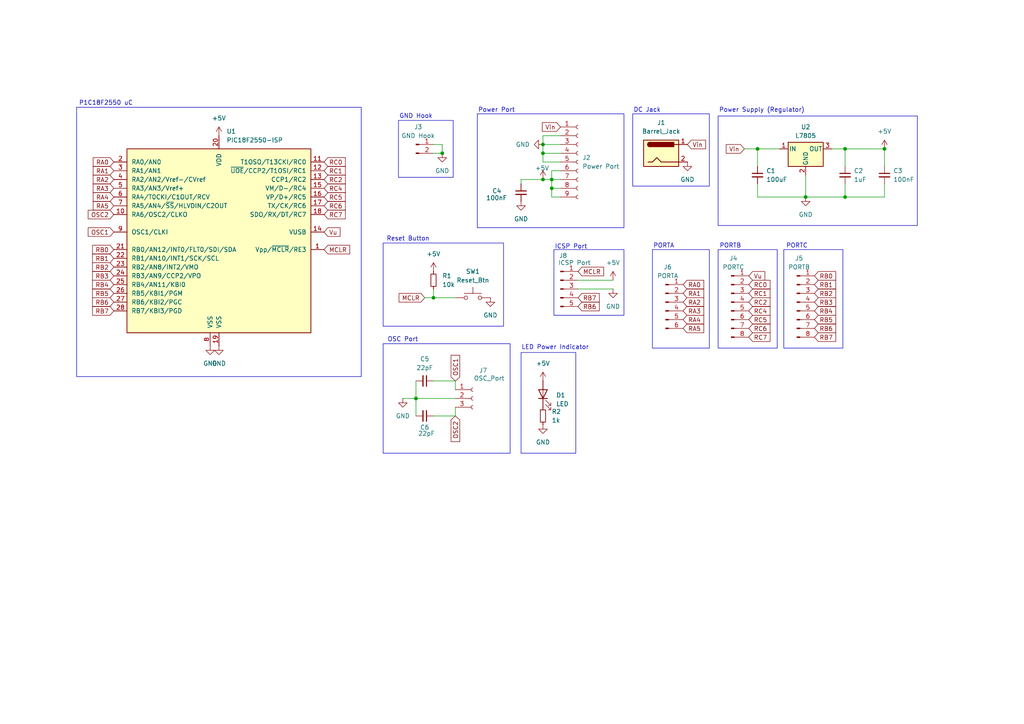
<source format=kicad_sch>
(kicad_sch
	(version 20231120)
	(generator "eeschema")
	(generator_version "8.0")
	(uuid "60ebbbda-b3f6-4e93-8843-f18f6c6e242e")
	(paper "A4")
	(lib_symbols
		(symbol "Connector:Barrel_Jack"
			(pin_names
				(offset 1.016)
			)
			(exclude_from_sim no)
			(in_bom yes)
			(on_board yes)
			(property "Reference" "J"
				(at 0 5.334 0)
				(effects
					(font
						(size 1.27 1.27)
					)
				)
			)
			(property "Value" "Barrel_Jack"
				(at 0 -5.08 0)
				(effects
					(font
						(size 1.27 1.27)
					)
				)
			)
			(property "Footprint" ""
				(at 1.27 -1.016 0)
				(effects
					(font
						(size 1.27 1.27)
					)
					(hide yes)
				)
			)
			(property "Datasheet" "~"
				(at 1.27 -1.016 0)
				(effects
					(font
						(size 1.27 1.27)
					)
					(hide yes)
				)
			)
			(property "Description" "DC Barrel Jack"
				(at 0 0 0)
				(effects
					(font
						(size 1.27 1.27)
					)
					(hide yes)
				)
			)
			(property "ki_keywords" "DC power barrel jack connector"
				(at 0 0 0)
				(effects
					(font
						(size 1.27 1.27)
					)
					(hide yes)
				)
			)
			(property "ki_fp_filters" "BarrelJack*"
				(at 0 0 0)
				(effects
					(font
						(size 1.27 1.27)
					)
					(hide yes)
				)
			)
			(symbol "Barrel_Jack_0_1"
				(rectangle
					(start -5.08 3.81)
					(end 5.08 -3.81)
					(stroke
						(width 0.254)
						(type default)
					)
					(fill
						(type background)
					)
				)
				(arc
					(start -3.302 3.175)
					(mid -3.9343 2.54)
					(end -3.302 1.905)
					(stroke
						(width 0.254)
						(type default)
					)
					(fill
						(type none)
					)
				)
				(arc
					(start -3.302 3.175)
					(mid -3.9343 2.54)
					(end -3.302 1.905)
					(stroke
						(width 0.254)
						(type default)
					)
					(fill
						(type outline)
					)
				)
				(polyline
					(pts
						(xy 5.08 2.54) (xy 3.81 2.54)
					)
					(stroke
						(width 0.254)
						(type default)
					)
					(fill
						(type none)
					)
				)
				(polyline
					(pts
						(xy -3.81 -2.54) (xy -2.54 -2.54) (xy -1.27 -1.27) (xy 0 -2.54) (xy 2.54 -2.54) (xy 5.08 -2.54)
					)
					(stroke
						(width 0.254)
						(type default)
					)
					(fill
						(type none)
					)
				)
				(rectangle
					(start 3.683 3.175)
					(end -3.302 1.905)
					(stroke
						(width 0.254)
						(type default)
					)
					(fill
						(type outline)
					)
				)
			)
			(symbol "Barrel_Jack_1_1"
				(pin passive line
					(at 7.62 2.54 180)
					(length 2.54)
					(name "~"
						(effects
							(font
								(size 1.27 1.27)
							)
						)
					)
					(number "1"
						(effects
							(font
								(size 1.27 1.27)
							)
						)
					)
				)
				(pin passive line
					(at 7.62 -2.54 180)
					(length 2.54)
					(name "~"
						(effects
							(font
								(size 1.27 1.27)
							)
						)
					)
					(number "2"
						(effects
							(font
								(size 1.27 1.27)
							)
						)
					)
				)
			)
		)
		(symbol "Connector:Conn_01x02_Pin"
			(pin_names
				(offset 1.016) hide)
			(exclude_from_sim no)
			(in_bom yes)
			(on_board yes)
			(property "Reference" "J"
				(at 0 2.54 0)
				(effects
					(font
						(size 1.27 1.27)
					)
				)
			)
			(property "Value" "Conn_01x02_Pin"
				(at 0 -5.08 0)
				(effects
					(font
						(size 1.27 1.27)
					)
				)
			)
			(property "Footprint" ""
				(at 0 0 0)
				(effects
					(font
						(size 1.27 1.27)
					)
					(hide yes)
				)
			)
			(property "Datasheet" "~"
				(at 0 0 0)
				(effects
					(font
						(size 1.27 1.27)
					)
					(hide yes)
				)
			)
			(property "Description" "Generic connector, single row, 01x02, script generated"
				(at 0 0 0)
				(effects
					(font
						(size 1.27 1.27)
					)
					(hide yes)
				)
			)
			(property "ki_locked" ""
				(at 0 0 0)
				(effects
					(font
						(size 1.27 1.27)
					)
				)
			)
			(property "ki_keywords" "connector"
				(at 0 0 0)
				(effects
					(font
						(size 1.27 1.27)
					)
					(hide yes)
				)
			)
			(property "ki_fp_filters" "Connector*:*_1x??_*"
				(at 0 0 0)
				(effects
					(font
						(size 1.27 1.27)
					)
					(hide yes)
				)
			)
			(symbol "Conn_01x02_Pin_1_1"
				(polyline
					(pts
						(xy 1.27 -2.54) (xy 0.8636 -2.54)
					)
					(stroke
						(width 0.1524)
						(type default)
					)
					(fill
						(type none)
					)
				)
				(polyline
					(pts
						(xy 1.27 0) (xy 0.8636 0)
					)
					(stroke
						(width 0.1524)
						(type default)
					)
					(fill
						(type none)
					)
				)
				(rectangle
					(start 0.8636 -2.413)
					(end 0 -2.667)
					(stroke
						(width 0.1524)
						(type default)
					)
					(fill
						(type outline)
					)
				)
				(rectangle
					(start 0.8636 0.127)
					(end 0 -0.127)
					(stroke
						(width 0.1524)
						(type default)
					)
					(fill
						(type outline)
					)
				)
				(pin passive line
					(at 5.08 0 180)
					(length 3.81)
					(name "Pin_1"
						(effects
							(font
								(size 1.27 1.27)
							)
						)
					)
					(number "1"
						(effects
							(font
								(size 1.27 1.27)
							)
						)
					)
				)
				(pin passive line
					(at 5.08 -2.54 180)
					(length 3.81)
					(name "Pin_2"
						(effects
							(font
								(size 1.27 1.27)
							)
						)
					)
					(number "2"
						(effects
							(font
								(size 1.27 1.27)
							)
						)
					)
				)
			)
		)
		(symbol "Connector:Conn_01x03_Socket"
			(pin_names
				(offset 1.016) hide)
			(exclude_from_sim no)
			(in_bom yes)
			(on_board yes)
			(property "Reference" "J"
				(at 0 5.08 0)
				(effects
					(font
						(size 1.27 1.27)
					)
				)
			)
			(property "Value" "Conn_01x03_Socket"
				(at 0 -5.08 0)
				(effects
					(font
						(size 1.27 1.27)
					)
				)
			)
			(property "Footprint" ""
				(at 0 0 0)
				(effects
					(font
						(size 1.27 1.27)
					)
					(hide yes)
				)
			)
			(property "Datasheet" "~"
				(at 0 0 0)
				(effects
					(font
						(size 1.27 1.27)
					)
					(hide yes)
				)
			)
			(property "Description" "Generic connector, single row, 01x03, script generated"
				(at 0 0 0)
				(effects
					(font
						(size 1.27 1.27)
					)
					(hide yes)
				)
			)
			(property "ki_locked" ""
				(at 0 0 0)
				(effects
					(font
						(size 1.27 1.27)
					)
				)
			)
			(property "ki_keywords" "connector"
				(at 0 0 0)
				(effects
					(font
						(size 1.27 1.27)
					)
					(hide yes)
				)
			)
			(property "ki_fp_filters" "Connector*:*_1x??_*"
				(at 0 0 0)
				(effects
					(font
						(size 1.27 1.27)
					)
					(hide yes)
				)
			)
			(symbol "Conn_01x03_Socket_1_1"
				(arc
					(start 0 -2.032)
					(mid -0.5058 -2.54)
					(end 0 -3.048)
					(stroke
						(width 0.1524)
						(type default)
					)
					(fill
						(type none)
					)
				)
				(polyline
					(pts
						(xy -1.27 -2.54) (xy -0.508 -2.54)
					)
					(stroke
						(width 0.1524)
						(type default)
					)
					(fill
						(type none)
					)
				)
				(polyline
					(pts
						(xy -1.27 0) (xy -0.508 0)
					)
					(stroke
						(width 0.1524)
						(type default)
					)
					(fill
						(type none)
					)
				)
				(polyline
					(pts
						(xy -1.27 2.54) (xy -0.508 2.54)
					)
					(stroke
						(width 0.1524)
						(type default)
					)
					(fill
						(type none)
					)
				)
				(arc
					(start 0 0.508)
					(mid -0.5058 0)
					(end 0 -0.508)
					(stroke
						(width 0.1524)
						(type default)
					)
					(fill
						(type none)
					)
				)
				(arc
					(start 0 3.048)
					(mid -0.5058 2.54)
					(end 0 2.032)
					(stroke
						(width 0.1524)
						(type default)
					)
					(fill
						(type none)
					)
				)
				(pin passive line
					(at -5.08 2.54 0)
					(length 3.81)
					(name "Pin_1"
						(effects
							(font
								(size 1.27 1.27)
							)
						)
					)
					(number "1"
						(effects
							(font
								(size 1.27 1.27)
							)
						)
					)
				)
				(pin passive line
					(at -5.08 0 0)
					(length 3.81)
					(name "Pin_2"
						(effects
							(font
								(size 1.27 1.27)
							)
						)
					)
					(number "2"
						(effects
							(font
								(size 1.27 1.27)
							)
						)
					)
				)
				(pin passive line
					(at -5.08 -2.54 0)
					(length 3.81)
					(name "Pin_3"
						(effects
							(font
								(size 1.27 1.27)
							)
						)
					)
					(number "3"
						(effects
							(font
								(size 1.27 1.27)
							)
						)
					)
				)
			)
		)
		(symbol "Connector:Conn_01x05_Pin"
			(pin_names
				(offset 1.016) hide)
			(exclude_from_sim no)
			(in_bom yes)
			(on_board yes)
			(property "Reference" "J"
				(at 0 7.62 0)
				(effects
					(font
						(size 1.27 1.27)
					)
				)
			)
			(property "Value" "Conn_01x05_Pin"
				(at 0 -7.62 0)
				(effects
					(font
						(size 1.27 1.27)
					)
				)
			)
			(property "Footprint" ""
				(at 0 0 0)
				(effects
					(font
						(size 1.27 1.27)
					)
					(hide yes)
				)
			)
			(property "Datasheet" "~"
				(at 0 0 0)
				(effects
					(font
						(size 1.27 1.27)
					)
					(hide yes)
				)
			)
			(property "Description" "Generic connector, single row, 01x05, script generated"
				(at 0 0 0)
				(effects
					(font
						(size 1.27 1.27)
					)
					(hide yes)
				)
			)
			(property "ki_locked" ""
				(at 0 0 0)
				(effects
					(font
						(size 1.27 1.27)
					)
				)
			)
			(property "ki_keywords" "connector"
				(at 0 0 0)
				(effects
					(font
						(size 1.27 1.27)
					)
					(hide yes)
				)
			)
			(property "ki_fp_filters" "Connector*:*_1x??_*"
				(at 0 0 0)
				(effects
					(font
						(size 1.27 1.27)
					)
					(hide yes)
				)
			)
			(symbol "Conn_01x05_Pin_1_1"
				(polyline
					(pts
						(xy 1.27 -5.08) (xy 0.8636 -5.08)
					)
					(stroke
						(width 0.1524)
						(type default)
					)
					(fill
						(type none)
					)
				)
				(polyline
					(pts
						(xy 1.27 -2.54) (xy 0.8636 -2.54)
					)
					(stroke
						(width 0.1524)
						(type default)
					)
					(fill
						(type none)
					)
				)
				(polyline
					(pts
						(xy 1.27 0) (xy 0.8636 0)
					)
					(stroke
						(width 0.1524)
						(type default)
					)
					(fill
						(type none)
					)
				)
				(polyline
					(pts
						(xy 1.27 2.54) (xy 0.8636 2.54)
					)
					(stroke
						(width 0.1524)
						(type default)
					)
					(fill
						(type none)
					)
				)
				(polyline
					(pts
						(xy 1.27 5.08) (xy 0.8636 5.08)
					)
					(stroke
						(width 0.1524)
						(type default)
					)
					(fill
						(type none)
					)
				)
				(rectangle
					(start 0.8636 -4.953)
					(end 0 -5.207)
					(stroke
						(width 0.1524)
						(type default)
					)
					(fill
						(type outline)
					)
				)
				(rectangle
					(start 0.8636 -2.413)
					(end 0 -2.667)
					(stroke
						(width 0.1524)
						(type default)
					)
					(fill
						(type outline)
					)
				)
				(rectangle
					(start 0.8636 0.127)
					(end 0 -0.127)
					(stroke
						(width 0.1524)
						(type default)
					)
					(fill
						(type outline)
					)
				)
				(rectangle
					(start 0.8636 2.667)
					(end 0 2.413)
					(stroke
						(width 0.1524)
						(type default)
					)
					(fill
						(type outline)
					)
				)
				(rectangle
					(start 0.8636 5.207)
					(end 0 4.953)
					(stroke
						(width 0.1524)
						(type default)
					)
					(fill
						(type outline)
					)
				)
				(pin passive line
					(at 5.08 5.08 180)
					(length 3.81)
					(name "Pin_1"
						(effects
							(font
								(size 1.27 1.27)
							)
						)
					)
					(number "1"
						(effects
							(font
								(size 1.27 1.27)
							)
						)
					)
				)
				(pin passive line
					(at 5.08 2.54 180)
					(length 3.81)
					(name "Pin_2"
						(effects
							(font
								(size 1.27 1.27)
							)
						)
					)
					(number "2"
						(effects
							(font
								(size 1.27 1.27)
							)
						)
					)
				)
				(pin passive line
					(at 5.08 0 180)
					(length 3.81)
					(name "Pin_3"
						(effects
							(font
								(size 1.27 1.27)
							)
						)
					)
					(number "3"
						(effects
							(font
								(size 1.27 1.27)
							)
						)
					)
				)
				(pin passive line
					(at 5.08 -2.54 180)
					(length 3.81)
					(name "Pin_4"
						(effects
							(font
								(size 1.27 1.27)
							)
						)
					)
					(number "4"
						(effects
							(font
								(size 1.27 1.27)
							)
						)
					)
				)
				(pin passive line
					(at 5.08 -5.08 180)
					(length 3.81)
					(name "Pin_5"
						(effects
							(font
								(size 1.27 1.27)
							)
						)
					)
					(number "5"
						(effects
							(font
								(size 1.27 1.27)
							)
						)
					)
				)
			)
		)
		(symbol "Connector:Conn_01x06_Pin"
			(pin_names
				(offset 1.016) hide)
			(exclude_from_sim no)
			(in_bom yes)
			(on_board yes)
			(property "Reference" "J"
				(at 0 7.62 0)
				(effects
					(font
						(size 1.27 1.27)
					)
				)
			)
			(property "Value" "Conn_01x06_Pin"
				(at 0 -10.16 0)
				(effects
					(font
						(size 1.27 1.27)
					)
				)
			)
			(property "Footprint" ""
				(at 0 0 0)
				(effects
					(font
						(size 1.27 1.27)
					)
					(hide yes)
				)
			)
			(property "Datasheet" "~"
				(at 0 0 0)
				(effects
					(font
						(size 1.27 1.27)
					)
					(hide yes)
				)
			)
			(property "Description" "Generic connector, single row, 01x06, script generated"
				(at 0 0 0)
				(effects
					(font
						(size 1.27 1.27)
					)
					(hide yes)
				)
			)
			(property "ki_locked" ""
				(at 0 0 0)
				(effects
					(font
						(size 1.27 1.27)
					)
				)
			)
			(property "ki_keywords" "connector"
				(at 0 0 0)
				(effects
					(font
						(size 1.27 1.27)
					)
					(hide yes)
				)
			)
			(property "ki_fp_filters" "Connector*:*_1x??_*"
				(at 0 0 0)
				(effects
					(font
						(size 1.27 1.27)
					)
					(hide yes)
				)
			)
			(symbol "Conn_01x06_Pin_1_1"
				(polyline
					(pts
						(xy 1.27 -7.62) (xy 0.8636 -7.62)
					)
					(stroke
						(width 0.1524)
						(type default)
					)
					(fill
						(type none)
					)
				)
				(polyline
					(pts
						(xy 1.27 -5.08) (xy 0.8636 -5.08)
					)
					(stroke
						(width 0.1524)
						(type default)
					)
					(fill
						(type none)
					)
				)
				(polyline
					(pts
						(xy 1.27 -2.54) (xy 0.8636 -2.54)
					)
					(stroke
						(width 0.1524)
						(type default)
					)
					(fill
						(type none)
					)
				)
				(polyline
					(pts
						(xy 1.27 0) (xy 0.8636 0)
					)
					(stroke
						(width 0.1524)
						(type default)
					)
					(fill
						(type none)
					)
				)
				(polyline
					(pts
						(xy 1.27 2.54) (xy 0.8636 2.54)
					)
					(stroke
						(width 0.1524)
						(type default)
					)
					(fill
						(type none)
					)
				)
				(polyline
					(pts
						(xy 1.27 5.08) (xy 0.8636 5.08)
					)
					(stroke
						(width 0.1524)
						(type default)
					)
					(fill
						(type none)
					)
				)
				(rectangle
					(start 0.8636 -7.493)
					(end 0 -7.747)
					(stroke
						(width 0.1524)
						(type default)
					)
					(fill
						(type outline)
					)
				)
				(rectangle
					(start 0.8636 -4.953)
					(end 0 -5.207)
					(stroke
						(width 0.1524)
						(type default)
					)
					(fill
						(type outline)
					)
				)
				(rectangle
					(start 0.8636 -2.413)
					(end 0 -2.667)
					(stroke
						(width 0.1524)
						(type default)
					)
					(fill
						(type outline)
					)
				)
				(rectangle
					(start 0.8636 0.127)
					(end 0 -0.127)
					(stroke
						(width 0.1524)
						(type default)
					)
					(fill
						(type outline)
					)
				)
				(rectangle
					(start 0.8636 2.667)
					(end 0 2.413)
					(stroke
						(width 0.1524)
						(type default)
					)
					(fill
						(type outline)
					)
				)
				(rectangle
					(start 0.8636 5.207)
					(end 0 4.953)
					(stroke
						(width 0.1524)
						(type default)
					)
					(fill
						(type outline)
					)
				)
				(pin passive line
					(at 5.08 5.08 180)
					(length 3.81)
					(name "Pin_1"
						(effects
							(font
								(size 1.27 1.27)
							)
						)
					)
					(number "1"
						(effects
							(font
								(size 1.27 1.27)
							)
						)
					)
				)
				(pin passive line
					(at 5.08 2.54 180)
					(length 3.81)
					(name "Pin_2"
						(effects
							(font
								(size 1.27 1.27)
							)
						)
					)
					(number "2"
						(effects
							(font
								(size 1.27 1.27)
							)
						)
					)
				)
				(pin passive line
					(at 5.08 0 180)
					(length 3.81)
					(name "Pin_3"
						(effects
							(font
								(size 1.27 1.27)
							)
						)
					)
					(number "3"
						(effects
							(font
								(size 1.27 1.27)
							)
						)
					)
				)
				(pin passive line
					(at 5.08 -2.54 180)
					(length 3.81)
					(name "Pin_4"
						(effects
							(font
								(size 1.27 1.27)
							)
						)
					)
					(number "4"
						(effects
							(font
								(size 1.27 1.27)
							)
						)
					)
				)
				(pin passive line
					(at 5.08 -5.08 180)
					(length 3.81)
					(name "Pin_5"
						(effects
							(font
								(size 1.27 1.27)
							)
						)
					)
					(number "5"
						(effects
							(font
								(size 1.27 1.27)
							)
						)
					)
				)
				(pin passive line
					(at 5.08 -7.62 180)
					(length 3.81)
					(name "Pin_6"
						(effects
							(font
								(size 1.27 1.27)
							)
						)
					)
					(number "6"
						(effects
							(font
								(size 1.27 1.27)
							)
						)
					)
				)
			)
		)
		(symbol "Connector:Conn_01x08_Pin"
			(pin_names
				(offset 1.016) hide)
			(exclude_from_sim no)
			(in_bom yes)
			(on_board yes)
			(property "Reference" "J"
				(at 0 10.16 0)
				(effects
					(font
						(size 1.27 1.27)
					)
				)
			)
			(property "Value" "Conn_01x08_Pin"
				(at 0 -12.7 0)
				(effects
					(font
						(size 1.27 1.27)
					)
				)
			)
			(property "Footprint" ""
				(at 0 0 0)
				(effects
					(font
						(size 1.27 1.27)
					)
					(hide yes)
				)
			)
			(property "Datasheet" "~"
				(at 0 0 0)
				(effects
					(font
						(size 1.27 1.27)
					)
					(hide yes)
				)
			)
			(property "Description" "Generic connector, single row, 01x08, script generated"
				(at 0 0 0)
				(effects
					(font
						(size 1.27 1.27)
					)
					(hide yes)
				)
			)
			(property "ki_locked" ""
				(at 0 0 0)
				(effects
					(font
						(size 1.27 1.27)
					)
				)
			)
			(property "ki_keywords" "connector"
				(at 0 0 0)
				(effects
					(font
						(size 1.27 1.27)
					)
					(hide yes)
				)
			)
			(property "ki_fp_filters" "Connector*:*_1x??_*"
				(at 0 0 0)
				(effects
					(font
						(size 1.27 1.27)
					)
					(hide yes)
				)
			)
			(symbol "Conn_01x08_Pin_1_1"
				(polyline
					(pts
						(xy 1.27 -10.16) (xy 0.8636 -10.16)
					)
					(stroke
						(width 0.1524)
						(type default)
					)
					(fill
						(type none)
					)
				)
				(polyline
					(pts
						(xy 1.27 -7.62) (xy 0.8636 -7.62)
					)
					(stroke
						(width 0.1524)
						(type default)
					)
					(fill
						(type none)
					)
				)
				(polyline
					(pts
						(xy 1.27 -5.08) (xy 0.8636 -5.08)
					)
					(stroke
						(width 0.1524)
						(type default)
					)
					(fill
						(type none)
					)
				)
				(polyline
					(pts
						(xy 1.27 -2.54) (xy 0.8636 -2.54)
					)
					(stroke
						(width 0.1524)
						(type default)
					)
					(fill
						(type none)
					)
				)
				(polyline
					(pts
						(xy 1.27 0) (xy 0.8636 0)
					)
					(stroke
						(width 0.1524)
						(type default)
					)
					(fill
						(type none)
					)
				)
				(polyline
					(pts
						(xy 1.27 2.54) (xy 0.8636 2.54)
					)
					(stroke
						(width 0.1524)
						(type default)
					)
					(fill
						(type none)
					)
				)
				(polyline
					(pts
						(xy 1.27 5.08) (xy 0.8636 5.08)
					)
					(stroke
						(width 0.1524)
						(type default)
					)
					(fill
						(type none)
					)
				)
				(polyline
					(pts
						(xy 1.27 7.62) (xy 0.8636 7.62)
					)
					(stroke
						(width 0.1524)
						(type default)
					)
					(fill
						(type none)
					)
				)
				(rectangle
					(start 0.8636 -10.033)
					(end 0 -10.287)
					(stroke
						(width 0.1524)
						(type default)
					)
					(fill
						(type outline)
					)
				)
				(rectangle
					(start 0.8636 -7.493)
					(end 0 -7.747)
					(stroke
						(width 0.1524)
						(type default)
					)
					(fill
						(type outline)
					)
				)
				(rectangle
					(start 0.8636 -4.953)
					(end 0 -5.207)
					(stroke
						(width 0.1524)
						(type default)
					)
					(fill
						(type outline)
					)
				)
				(rectangle
					(start 0.8636 -2.413)
					(end 0 -2.667)
					(stroke
						(width 0.1524)
						(type default)
					)
					(fill
						(type outline)
					)
				)
				(rectangle
					(start 0.8636 0.127)
					(end 0 -0.127)
					(stroke
						(width 0.1524)
						(type default)
					)
					(fill
						(type outline)
					)
				)
				(rectangle
					(start 0.8636 2.667)
					(end 0 2.413)
					(stroke
						(width 0.1524)
						(type default)
					)
					(fill
						(type outline)
					)
				)
				(rectangle
					(start 0.8636 5.207)
					(end 0 4.953)
					(stroke
						(width 0.1524)
						(type default)
					)
					(fill
						(type outline)
					)
				)
				(rectangle
					(start 0.8636 7.747)
					(end 0 7.493)
					(stroke
						(width 0.1524)
						(type default)
					)
					(fill
						(type outline)
					)
				)
				(pin passive line
					(at 5.08 7.62 180)
					(length 3.81)
					(name "Pin_1"
						(effects
							(font
								(size 1.27 1.27)
							)
						)
					)
					(number "1"
						(effects
							(font
								(size 1.27 1.27)
							)
						)
					)
				)
				(pin passive line
					(at 5.08 5.08 180)
					(length 3.81)
					(name "Pin_2"
						(effects
							(font
								(size 1.27 1.27)
							)
						)
					)
					(number "2"
						(effects
							(font
								(size 1.27 1.27)
							)
						)
					)
				)
				(pin passive line
					(at 5.08 2.54 180)
					(length 3.81)
					(name "Pin_3"
						(effects
							(font
								(size 1.27 1.27)
							)
						)
					)
					(number "3"
						(effects
							(font
								(size 1.27 1.27)
							)
						)
					)
				)
				(pin passive line
					(at 5.08 0 180)
					(length 3.81)
					(name "Pin_4"
						(effects
							(font
								(size 1.27 1.27)
							)
						)
					)
					(number "4"
						(effects
							(font
								(size 1.27 1.27)
							)
						)
					)
				)
				(pin passive line
					(at 5.08 -2.54 180)
					(length 3.81)
					(name "Pin_5"
						(effects
							(font
								(size 1.27 1.27)
							)
						)
					)
					(number "5"
						(effects
							(font
								(size 1.27 1.27)
							)
						)
					)
				)
				(pin passive line
					(at 5.08 -5.08 180)
					(length 3.81)
					(name "Pin_6"
						(effects
							(font
								(size 1.27 1.27)
							)
						)
					)
					(number "6"
						(effects
							(font
								(size 1.27 1.27)
							)
						)
					)
				)
				(pin passive line
					(at 5.08 -7.62 180)
					(length 3.81)
					(name "Pin_7"
						(effects
							(font
								(size 1.27 1.27)
							)
						)
					)
					(number "7"
						(effects
							(font
								(size 1.27 1.27)
							)
						)
					)
				)
				(pin passive line
					(at 5.08 -10.16 180)
					(length 3.81)
					(name "Pin_8"
						(effects
							(font
								(size 1.27 1.27)
							)
						)
					)
					(number "8"
						(effects
							(font
								(size 1.27 1.27)
							)
						)
					)
				)
			)
		)
		(symbol "Connector:Conn_01x09_Socket"
			(pin_names
				(offset 1.016) hide)
			(exclude_from_sim no)
			(in_bom yes)
			(on_board yes)
			(property "Reference" "J"
				(at 0 12.7 0)
				(effects
					(font
						(size 1.27 1.27)
					)
				)
			)
			(property "Value" "Conn_01x09_Socket"
				(at 0 -12.7 0)
				(effects
					(font
						(size 1.27 1.27)
					)
				)
			)
			(property "Footprint" ""
				(at 0 0 0)
				(effects
					(font
						(size 1.27 1.27)
					)
					(hide yes)
				)
			)
			(property "Datasheet" "~"
				(at 0 0 0)
				(effects
					(font
						(size 1.27 1.27)
					)
					(hide yes)
				)
			)
			(property "Description" "Generic connector, single row, 01x09, script generated"
				(at 0 0 0)
				(effects
					(font
						(size 1.27 1.27)
					)
					(hide yes)
				)
			)
			(property "ki_locked" ""
				(at 0 0 0)
				(effects
					(font
						(size 1.27 1.27)
					)
				)
			)
			(property "ki_keywords" "connector"
				(at 0 0 0)
				(effects
					(font
						(size 1.27 1.27)
					)
					(hide yes)
				)
			)
			(property "ki_fp_filters" "Connector*:*_1x??_*"
				(at 0 0 0)
				(effects
					(font
						(size 1.27 1.27)
					)
					(hide yes)
				)
			)
			(symbol "Conn_01x09_Socket_1_1"
				(arc
					(start 0 -9.652)
					(mid -0.5058 -10.16)
					(end 0 -10.668)
					(stroke
						(width 0.1524)
						(type default)
					)
					(fill
						(type none)
					)
				)
				(arc
					(start 0 -7.112)
					(mid -0.5058 -7.62)
					(end 0 -8.128)
					(stroke
						(width 0.1524)
						(type default)
					)
					(fill
						(type none)
					)
				)
				(arc
					(start 0 -4.572)
					(mid -0.5058 -5.08)
					(end 0 -5.588)
					(stroke
						(width 0.1524)
						(type default)
					)
					(fill
						(type none)
					)
				)
				(arc
					(start 0 -2.032)
					(mid -0.5058 -2.54)
					(end 0 -3.048)
					(stroke
						(width 0.1524)
						(type default)
					)
					(fill
						(type none)
					)
				)
				(polyline
					(pts
						(xy -1.27 -10.16) (xy -0.508 -10.16)
					)
					(stroke
						(width 0.1524)
						(type default)
					)
					(fill
						(type none)
					)
				)
				(polyline
					(pts
						(xy -1.27 -7.62) (xy -0.508 -7.62)
					)
					(stroke
						(width 0.1524)
						(type default)
					)
					(fill
						(type none)
					)
				)
				(polyline
					(pts
						(xy -1.27 -5.08) (xy -0.508 -5.08)
					)
					(stroke
						(width 0.1524)
						(type default)
					)
					(fill
						(type none)
					)
				)
				(polyline
					(pts
						(xy -1.27 -2.54) (xy -0.508 -2.54)
					)
					(stroke
						(width 0.1524)
						(type default)
					)
					(fill
						(type none)
					)
				)
				(polyline
					(pts
						(xy -1.27 0) (xy -0.508 0)
					)
					(stroke
						(width 0.1524)
						(type default)
					)
					(fill
						(type none)
					)
				)
				(polyline
					(pts
						(xy -1.27 2.54) (xy -0.508 2.54)
					)
					(stroke
						(width 0.1524)
						(type default)
					)
					(fill
						(type none)
					)
				)
				(polyline
					(pts
						(xy -1.27 5.08) (xy -0.508 5.08)
					)
					(stroke
						(width 0.1524)
						(type default)
					)
					(fill
						(type none)
					)
				)
				(polyline
					(pts
						(xy -1.27 7.62) (xy -0.508 7.62)
					)
					(stroke
						(width 0.1524)
						(type default)
					)
					(fill
						(type none)
					)
				)
				(polyline
					(pts
						(xy -1.27 10.16) (xy -0.508 10.16)
					)
					(stroke
						(width 0.1524)
						(type default)
					)
					(fill
						(type none)
					)
				)
				(arc
					(start 0 0.508)
					(mid -0.5058 0)
					(end 0 -0.508)
					(stroke
						(width 0.1524)
						(type default)
					)
					(fill
						(type none)
					)
				)
				(arc
					(start 0 3.048)
					(mid -0.5058 2.54)
					(end 0 2.032)
					(stroke
						(width 0.1524)
						(type default)
					)
					(fill
						(type none)
					)
				)
				(arc
					(start 0 5.588)
					(mid -0.5058 5.08)
					(end 0 4.572)
					(stroke
						(width 0.1524)
						(type default)
					)
					(fill
						(type none)
					)
				)
				(arc
					(start 0 8.128)
					(mid -0.5058 7.62)
					(end 0 7.112)
					(stroke
						(width 0.1524)
						(type default)
					)
					(fill
						(type none)
					)
				)
				(arc
					(start 0 10.668)
					(mid -0.5058 10.16)
					(end 0 9.652)
					(stroke
						(width 0.1524)
						(type default)
					)
					(fill
						(type none)
					)
				)
				(pin passive line
					(at -5.08 10.16 0)
					(length 3.81)
					(name "Pin_1"
						(effects
							(font
								(size 1.27 1.27)
							)
						)
					)
					(number "1"
						(effects
							(font
								(size 1.27 1.27)
							)
						)
					)
				)
				(pin passive line
					(at -5.08 7.62 0)
					(length 3.81)
					(name "Pin_2"
						(effects
							(font
								(size 1.27 1.27)
							)
						)
					)
					(number "2"
						(effects
							(font
								(size 1.27 1.27)
							)
						)
					)
				)
				(pin passive line
					(at -5.08 5.08 0)
					(length 3.81)
					(name "Pin_3"
						(effects
							(font
								(size 1.27 1.27)
							)
						)
					)
					(number "3"
						(effects
							(font
								(size 1.27 1.27)
							)
						)
					)
				)
				(pin passive line
					(at -5.08 2.54 0)
					(length 3.81)
					(name "Pin_4"
						(effects
							(font
								(size 1.27 1.27)
							)
						)
					)
					(number "4"
						(effects
							(font
								(size 1.27 1.27)
							)
						)
					)
				)
				(pin passive line
					(at -5.08 0 0)
					(length 3.81)
					(name "Pin_5"
						(effects
							(font
								(size 1.27 1.27)
							)
						)
					)
					(number "5"
						(effects
							(font
								(size 1.27 1.27)
							)
						)
					)
				)
				(pin passive line
					(at -5.08 -2.54 0)
					(length 3.81)
					(name "Pin_6"
						(effects
							(font
								(size 1.27 1.27)
							)
						)
					)
					(number "6"
						(effects
							(font
								(size 1.27 1.27)
							)
						)
					)
				)
				(pin passive line
					(at -5.08 -5.08 0)
					(length 3.81)
					(name "Pin_7"
						(effects
							(font
								(size 1.27 1.27)
							)
						)
					)
					(number "7"
						(effects
							(font
								(size 1.27 1.27)
							)
						)
					)
				)
				(pin passive line
					(at -5.08 -7.62 0)
					(length 3.81)
					(name "Pin_8"
						(effects
							(font
								(size 1.27 1.27)
							)
						)
					)
					(number "8"
						(effects
							(font
								(size 1.27 1.27)
							)
						)
					)
				)
				(pin passive line
					(at -5.08 -10.16 0)
					(length 3.81)
					(name "Pin_9"
						(effects
							(font
								(size 1.27 1.27)
							)
						)
					)
					(number "9"
						(effects
							(font
								(size 1.27 1.27)
							)
						)
					)
				)
			)
		)
		(symbol "Device:C_Small"
			(pin_numbers hide)
			(pin_names
				(offset 0.254) hide)
			(exclude_from_sim no)
			(in_bom yes)
			(on_board yes)
			(property "Reference" "C"
				(at 0.254 1.778 0)
				(effects
					(font
						(size 1.27 1.27)
					)
					(justify left)
				)
			)
			(property "Value" "C_Small"
				(at 0.254 -2.032 0)
				(effects
					(font
						(size 1.27 1.27)
					)
					(justify left)
				)
			)
			(property "Footprint" ""
				(at 0 0 0)
				(effects
					(font
						(size 1.27 1.27)
					)
					(hide yes)
				)
			)
			(property "Datasheet" "~"
				(at 0 0 0)
				(effects
					(font
						(size 1.27 1.27)
					)
					(hide yes)
				)
			)
			(property "Description" "Unpolarized capacitor, small symbol"
				(at 0 0 0)
				(effects
					(font
						(size 1.27 1.27)
					)
					(hide yes)
				)
			)
			(property "ki_keywords" "capacitor cap"
				(at 0 0 0)
				(effects
					(font
						(size 1.27 1.27)
					)
					(hide yes)
				)
			)
			(property "ki_fp_filters" "C_*"
				(at 0 0 0)
				(effects
					(font
						(size 1.27 1.27)
					)
					(hide yes)
				)
			)
			(symbol "C_Small_0_1"
				(polyline
					(pts
						(xy -1.524 -0.508) (xy 1.524 -0.508)
					)
					(stroke
						(width 0.3302)
						(type default)
					)
					(fill
						(type none)
					)
				)
				(polyline
					(pts
						(xy -1.524 0.508) (xy 1.524 0.508)
					)
					(stroke
						(width 0.3048)
						(type default)
					)
					(fill
						(type none)
					)
				)
			)
			(symbol "C_Small_1_1"
				(pin passive line
					(at 0 2.54 270)
					(length 2.032)
					(name "~"
						(effects
							(font
								(size 1.27 1.27)
							)
						)
					)
					(number "1"
						(effects
							(font
								(size 1.27 1.27)
							)
						)
					)
				)
				(pin passive line
					(at 0 -2.54 90)
					(length 2.032)
					(name "~"
						(effects
							(font
								(size 1.27 1.27)
							)
						)
					)
					(number "2"
						(effects
							(font
								(size 1.27 1.27)
							)
						)
					)
				)
			)
		)
		(symbol "Device:LED"
			(pin_numbers hide)
			(pin_names
				(offset 1.016) hide)
			(exclude_from_sim no)
			(in_bom yes)
			(on_board yes)
			(property "Reference" "D"
				(at 0 2.54 0)
				(effects
					(font
						(size 1.27 1.27)
					)
				)
			)
			(property "Value" "LED"
				(at 0 -2.54 0)
				(effects
					(font
						(size 1.27 1.27)
					)
				)
			)
			(property "Footprint" ""
				(at 0 0 0)
				(effects
					(font
						(size 1.27 1.27)
					)
					(hide yes)
				)
			)
			(property "Datasheet" "~"
				(at 0 0 0)
				(effects
					(font
						(size 1.27 1.27)
					)
					(hide yes)
				)
			)
			(property "Description" "Light emitting diode"
				(at 0 0 0)
				(effects
					(font
						(size 1.27 1.27)
					)
					(hide yes)
				)
			)
			(property "ki_keywords" "LED diode"
				(at 0 0 0)
				(effects
					(font
						(size 1.27 1.27)
					)
					(hide yes)
				)
			)
			(property "ki_fp_filters" "LED* LED_SMD:* LED_THT:*"
				(at 0 0 0)
				(effects
					(font
						(size 1.27 1.27)
					)
					(hide yes)
				)
			)
			(symbol "LED_0_1"
				(polyline
					(pts
						(xy -1.27 -1.27) (xy -1.27 1.27)
					)
					(stroke
						(width 0.254)
						(type default)
					)
					(fill
						(type none)
					)
				)
				(polyline
					(pts
						(xy -1.27 0) (xy 1.27 0)
					)
					(stroke
						(width 0)
						(type default)
					)
					(fill
						(type none)
					)
				)
				(polyline
					(pts
						(xy 1.27 -1.27) (xy 1.27 1.27) (xy -1.27 0) (xy 1.27 -1.27)
					)
					(stroke
						(width 0.254)
						(type default)
					)
					(fill
						(type none)
					)
				)
				(polyline
					(pts
						(xy -3.048 -0.762) (xy -4.572 -2.286) (xy -3.81 -2.286) (xy -4.572 -2.286) (xy -4.572 -1.524)
					)
					(stroke
						(width 0)
						(type default)
					)
					(fill
						(type none)
					)
				)
				(polyline
					(pts
						(xy -1.778 -0.762) (xy -3.302 -2.286) (xy -2.54 -2.286) (xy -3.302 -2.286) (xy -3.302 -1.524)
					)
					(stroke
						(width 0)
						(type default)
					)
					(fill
						(type none)
					)
				)
			)
			(symbol "LED_1_1"
				(pin passive line
					(at -3.81 0 0)
					(length 2.54)
					(name "K"
						(effects
							(font
								(size 1.27 1.27)
							)
						)
					)
					(number "1"
						(effects
							(font
								(size 1.27 1.27)
							)
						)
					)
				)
				(pin passive line
					(at 3.81 0 180)
					(length 2.54)
					(name "A"
						(effects
							(font
								(size 1.27 1.27)
							)
						)
					)
					(number "2"
						(effects
							(font
								(size 1.27 1.27)
							)
						)
					)
				)
			)
		)
		(symbol "Device:R_Small"
			(pin_numbers hide)
			(pin_names
				(offset 0.254) hide)
			(exclude_from_sim no)
			(in_bom yes)
			(on_board yes)
			(property "Reference" "R"
				(at 0.762 0.508 0)
				(effects
					(font
						(size 1.27 1.27)
					)
					(justify left)
				)
			)
			(property "Value" "R_Small"
				(at 0.762 -1.016 0)
				(effects
					(font
						(size 1.27 1.27)
					)
					(justify left)
				)
			)
			(property "Footprint" ""
				(at 0 0 0)
				(effects
					(font
						(size 1.27 1.27)
					)
					(hide yes)
				)
			)
			(property "Datasheet" "~"
				(at 0 0 0)
				(effects
					(font
						(size 1.27 1.27)
					)
					(hide yes)
				)
			)
			(property "Description" "Resistor, small symbol"
				(at 0 0 0)
				(effects
					(font
						(size 1.27 1.27)
					)
					(hide yes)
				)
			)
			(property "ki_keywords" "R resistor"
				(at 0 0 0)
				(effects
					(font
						(size 1.27 1.27)
					)
					(hide yes)
				)
			)
			(property "ki_fp_filters" "R_*"
				(at 0 0 0)
				(effects
					(font
						(size 1.27 1.27)
					)
					(hide yes)
				)
			)
			(symbol "R_Small_0_1"
				(rectangle
					(start -0.762 1.778)
					(end 0.762 -1.778)
					(stroke
						(width 0.2032)
						(type default)
					)
					(fill
						(type none)
					)
				)
			)
			(symbol "R_Small_1_1"
				(pin passive line
					(at 0 2.54 270)
					(length 0.762)
					(name "~"
						(effects
							(font
								(size 1.27 1.27)
							)
						)
					)
					(number "1"
						(effects
							(font
								(size 1.27 1.27)
							)
						)
					)
				)
				(pin passive line
					(at 0 -2.54 90)
					(length 0.762)
					(name "~"
						(effects
							(font
								(size 1.27 1.27)
							)
						)
					)
					(number "2"
						(effects
							(font
								(size 1.27 1.27)
							)
						)
					)
				)
			)
		)
		(symbol "MCU_Microchip_PIC18:PIC18F2550-ISP"
			(pin_names
				(offset 1.27)
			)
			(exclude_from_sim no)
			(in_bom yes)
			(on_board yes)
			(property "Reference" "U"
				(at -25.4 27.94 0)
				(effects
					(font
						(size 1.27 1.27)
					)
				)
			)
			(property "Value" "PIC18F2550-ISP"
				(at 16.51 -27.94 0)
				(effects
					(font
						(size 1.27 1.27)
					)
				)
			)
			(property "Footprint" "Package_DIP:DIP-28_W7.62mm"
				(at 0 0 0)
				(effects
					(font
						(size 1.27 1.27)
						(italic yes)
					)
					(hide yes)
				)
			)
			(property "Datasheet" "http://ww1.microchip.com/downloads/en/devicedoc/39632c.pdf"
				(at 0 -11.43 0)
				(effects
					(font
						(size 1.27 1.27)
					)
					(hide yes)
				)
			)
			(property "Description" "32K Flash, 2K SRAM, 256 EEPROM, USB, nanoWatt XLP, SPDIP28"
				(at 0 0 0)
				(effects
					(font
						(size 1.27 1.27)
					)
					(hide yes)
				)
			)
			(property "ki_keywords" "Flash-Based 8-Bit Microcontroller XLP"
				(at 0 0 0)
				(effects
					(font
						(size 1.27 1.27)
					)
					(hide yes)
				)
			)
			(property "ki_fp_filters" "SPDIP*28_W7.62mm* DIP*28_W7.62mm* PDIP*28_W7.62mm*"
				(at 0 0 0)
				(effects
					(font
						(size 1.27 1.27)
					)
					(hide yes)
				)
			)
			(symbol "PIC18F2550-ISP_0_1"
				(rectangle
					(start -26.67 26.67)
					(end 26.67 -26.67)
					(stroke
						(width 0.254)
						(type default)
					)
					(fill
						(type background)
					)
				)
			)
			(symbol "PIC18F2550-ISP_1_1"
				(pin input line
					(at 30.48 -2.54 180)
					(length 3.81)
					(name "Vpp/~{MCLR}/RE3"
						(effects
							(font
								(size 1.27 1.27)
							)
						)
					)
					(number "1"
						(effects
							(font
								(size 1.27 1.27)
							)
						)
					)
				)
				(pin output line
					(at -30.48 7.62 0)
					(length 3.81)
					(name "RA6/OSC2/CLKO"
						(effects
							(font
								(size 1.27 1.27)
							)
						)
					)
					(number "10"
						(effects
							(font
								(size 1.27 1.27)
							)
						)
					)
				)
				(pin bidirectional line
					(at 30.48 22.86 180)
					(length 3.81)
					(name "T1OSO/T13CKI/RC0"
						(effects
							(font
								(size 1.27 1.27)
							)
						)
					)
					(number "11"
						(effects
							(font
								(size 1.27 1.27)
							)
						)
					)
				)
				(pin bidirectional line
					(at 30.48 20.32 180)
					(length 3.81)
					(name "~{UOE}/CCP2/T1OSI/RC1"
						(effects
							(font
								(size 1.27 1.27)
							)
						)
					)
					(number "12"
						(effects
							(font
								(size 1.27 1.27)
							)
						)
					)
				)
				(pin bidirectional line
					(at 30.48 17.78 180)
					(length 3.81)
					(name "CCP1/RC2"
						(effects
							(font
								(size 1.27 1.27)
							)
						)
					)
					(number "13"
						(effects
							(font
								(size 1.27 1.27)
							)
						)
					)
				)
				(pin bidirectional line
					(at 30.48 2.54 180)
					(length 3.81)
					(name "VUSB"
						(effects
							(font
								(size 1.27 1.27)
							)
						)
					)
					(number "14"
						(effects
							(font
								(size 1.27 1.27)
							)
						)
					)
				)
				(pin bidirectional line
					(at 30.48 15.24 180)
					(length 3.81)
					(name "VM/D-/RC4"
						(effects
							(font
								(size 1.27 1.27)
							)
						)
					)
					(number "15"
						(effects
							(font
								(size 1.27 1.27)
							)
						)
					)
				)
				(pin bidirectional line
					(at 30.48 12.7 180)
					(length 3.81)
					(name "VP/D+/RC5"
						(effects
							(font
								(size 1.27 1.27)
							)
						)
					)
					(number "16"
						(effects
							(font
								(size 1.27 1.27)
							)
						)
					)
				)
				(pin bidirectional line
					(at 30.48 10.16 180)
					(length 3.81)
					(name "TX/CK/RC6"
						(effects
							(font
								(size 1.27 1.27)
							)
						)
					)
					(number "17"
						(effects
							(font
								(size 1.27 1.27)
							)
						)
					)
				)
				(pin bidirectional line
					(at 30.48 7.62 180)
					(length 3.81)
					(name "SDO/RX/DT/RC7"
						(effects
							(font
								(size 1.27 1.27)
							)
						)
					)
					(number "18"
						(effects
							(font
								(size 1.27 1.27)
							)
						)
					)
				)
				(pin power_in line
					(at 0 -30.48 90)
					(length 3.81)
					(name "VSS"
						(effects
							(font
								(size 1.27 1.27)
							)
						)
					)
					(number "19"
						(effects
							(font
								(size 1.27 1.27)
							)
						)
					)
				)
				(pin bidirectional line
					(at -30.48 22.86 0)
					(length 3.81)
					(name "RA0/AN0"
						(effects
							(font
								(size 1.27 1.27)
							)
						)
					)
					(number "2"
						(effects
							(font
								(size 1.27 1.27)
							)
						)
					)
				)
				(pin power_in line
					(at 0 30.48 270)
					(length 3.81)
					(name "VDD"
						(effects
							(font
								(size 1.27 1.27)
							)
						)
					)
					(number "20"
						(effects
							(font
								(size 1.27 1.27)
							)
						)
					)
				)
				(pin bidirectional line
					(at -30.48 -2.54 0)
					(length 3.81)
					(name "RB0/AN12/INT0/FLT0/SDI/SDA"
						(effects
							(font
								(size 1.27 1.27)
							)
						)
					)
					(number "21"
						(effects
							(font
								(size 1.27 1.27)
							)
						)
					)
				)
				(pin bidirectional line
					(at -30.48 -5.08 0)
					(length 3.81)
					(name "RB1/AN10/INT1/SCK/SCL"
						(effects
							(font
								(size 1.27 1.27)
							)
						)
					)
					(number "22"
						(effects
							(font
								(size 1.27 1.27)
							)
						)
					)
				)
				(pin bidirectional line
					(at -30.48 -7.62 0)
					(length 3.81)
					(name "RB2/AN8/INT2/VMO"
						(effects
							(font
								(size 1.27 1.27)
							)
						)
					)
					(number "23"
						(effects
							(font
								(size 1.27 1.27)
							)
						)
					)
				)
				(pin bidirectional line
					(at -30.48 -10.16 0)
					(length 3.81)
					(name "RB3/AN9/CCP2/VPO"
						(effects
							(font
								(size 1.27 1.27)
							)
						)
					)
					(number "24"
						(effects
							(font
								(size 1.27 1.27)
							)
						)
					)
				)
				(pin bidirectional line
					(at -30.48 -12.7 0)
					(length 3.81)
					(name "RB4/AN11/KBI0"
						(effects
							(font
								(size 1.27 1.27)
							)
						)
					)
					(number "25"
						(effects
							(font
								(size 1.27 1.27)
							)
						)
					)
				)
				(pin bidirectional line
					(at -30.48 -15.24 0)
					(length 3.81)
					(name "RB5/KBI1/PGM"
						(effects
							(font
								(size 1.27 1.27)
							)
						)
					)
					(number "26"
						(effects
							(font
								(size 1.27 1.27)
							)
						)
					)
				)
				(pin bidirectional line
					(at -30.48 -17.78 0)
					(length 3.81)
					(name "RB6/KBI2/PGC"
						(effects
							(font
								(size 1.27 1.27)
							)
						)
					)
					(number "27"
						(effects
							(font
								(size 1.27 1.27)
							)
						)
					)
				)
				(pin bidirectional line
					(at -30.48 -20.32 0)
					(length 3.81)
					(name "RB7/KBI3/PGD"
						(effects
							(font
								(size 1.27 1.27)
							)
						)
					)
					(number "28"
						(effects
							(font
								(size 1.27 1.27)
							)
						)
					)
				)
				(pin bidirectional line
					(at -30.48 20.32 0)
					(length 3.81)
					(name "RA1/AN1"
						(effects
							(font
								(size 1.27 1.27)
							)
						)
					)
					(number "3"
						(effects
							(font
								(size 1.27 1.27)
							)
						)
					)
				)
				(pin bidirectional line
					(at -30.48 17.78 0)
					(length 3.81)
					(name "RA2/AN2/Vref-/CVref"
						(effects
							(font
								(size 1.27 1.27)
							)
						)
					)
					(number "4"
						(effects
							(font
								(size 1.27 1.27)
							)
						)
					)
				)
				(pin bidirectional line
					(at -30.48 15.24 0)
					(length 3.81)
					(name "RA3/AN3/Vref+"
						(effects
							(font
								(size 1.27 1.27)
							)
						)
					)
					(number "5"
						(effects
							(font
								(size 1.27 1.27)
							)
						)
					)
				)
				(pin bidirectional line
					(at -30.48 12.7 0)
					(length 3.81)
					(name "RA4/T0CKI/C1OUT/RCV"
						(effects
							(font
								(size 1.27 1.27)
							)
						)
					)
					(number "6"
						(effects
							(font
								(size 1.27 1.27)
							)
						)
					)
				)
				(pin bidirectional line
					(at -30.48 10.16 0)
					(length 3.81)
					(name "RA5/AN4/~{SS}/HLVDIN/C2OUT"
						(effects
							(font
								(size 1.27 1.27)
							)
						)
					)
					(number "7"
						(effects
							(font
								(size 1.27 1.27)
							)
						)
					)
				)
				(pin power_in line
					(at -2.54 -30.48 90)
					(length 3.81)
					(name "VSS"
						(effects
							(font
								(size 1.27 1.27)
							)
						)
					)
					(number "8"
						(effects
							(font
								(size 1.27 1.27)
							)
						)
					)
				)
				(pin input line
					(at -30.48 2.54 0)
					(length 3.81)
					(name "OSC1/CLKI"
						(effects
							(font
								(size 1.27 1.27)
							)
						)
					)
					(number "9"
						(effects
							(font
								(size 1.27 1.27)
							)
						)
					)
				)
			)
		)
		(symbol "Regulator_Linear:L7805"
			(pin_names
				(offset 0.254)
			)
			(exclude_from_sim no)
			(in_bom yes)
			(on_board yes)
			(property "Reference" "U"
				(at -3.81 3.175 0)
				(effects
					(font
						(size 1.27 1.27)
					)
				)
			)
			(property "Value" "L7805"
				(at 0 3.175 0)
				(effects
					(font
						(size 1.27 1.27)
					)
					(justify left)
				)
			)
			(property "Footprint" ""
				(at 0.635 -3.81 0)
				(effects
					(font
						(size 1.27 1.27)
						(italic yes)
					)
					(justify left)
					(hide yes)
				)
			)
			(property "Datasheet" "http://www.st.com/content/ccc/resource/technical/document/datasheet/41/4f/b3/b0/12/d4/47/88/CD00000444.pdf/files/CD00000444.pdf/jcr:content/translations/en.CD00000444.pdf"
				(at 0 -1.27 0)
				(effects
					(font
						(size 1.27 1.27)
					)
					(hide yes)
				)
			)
			(property "Description" "Positive 1.5A 35V Linear Regulator, Fixed Output 5V, TO-220/TO-263/TO-252"
				(at 0 0 0)
				(effects
					(font
						(size 1.27 1.27)
					)
					(hide yes)
				)
			)
			(property "ki_keywords" "Voltage Regulator 1.5A Positive"
				(at 0 0 0)
				(effects
					(font
						(size 1.27 1.27)
					)
					(hide yes)
				)
			)
			(property "ki_fp_filters" "TO?252* TO?263* TO?220*"
				(at 0 0 0)
				(effects
					(font
						(size 1.27 1.27)
					)
					(hide yes)
				)
			)
			(symbol "L7805_0_1"
				(rectangle
					(start -5.08 1.905)
					(end 5.08 -5.08)
					(stroke
						(width 0.254)
						(type default)
					)
					(fill
						(type background)
					)
				)
			)
			(symbol "L7805_1_1"
				(pin power_in line
					(at -7.62 0 0)
					(length 2.54)
					(name "IN"
						(effects
							(font
								(size 1.27 1.27)
							)
						)
					)
					(number "1"
						(effects
							(font
								(size 1.27 1.27)
							)
						)
					)
				)
				(pin power_in line
					(at 0 -7.62 90)
					(length 2.54)
					(name "GND"
						(effects
							(font
								(size 1.27 1.27)
							)
						)
					)
					(number "2"
						(effects
							(font
								(size 1.27 1.27)
							)
						)
					)
				)
				(pin power_out line
					(at 7.62 0 180)
					(length 2.54)
					(name "OUT"
						(effects
							(font
								(size 1.27 1.27)
							)
						)
					)
					(number "3"
						(effects
							(font
								(size 1.27 1.27)
							)
						)
					)
				)
			)
		)
		(symbol "Switch:SW_Push"
			(pin_numbers hide)
			(pin_names
				(offset 1.016) hide)
			(exclude_from_sim no)
			(in_bom yes)
			(on_board yes)
			(property "Reference" "SW"
				(at 1.27 2.54 0)
				(effects
					(font
						(size 1.27 1.27)
					)
					(justify left)
				)
			)
			(property "Value" "SW_Push"
				(at 0 -1.524 0)
				(effects
					(font
						(size 1.27 1.27)
					)
				)
			)
			(property "Footprint" ""
				(at 0 5.08 0)
				(effects
					(font
						(size 1.27 1.27)
					)
					(hide yes)
				)
			)
			(property "Datasheet" "~"
				(at 0 5.08 0)
				(effects
					(font
						(size 1.27 1.27)
					)
					(hide yes)
				)
			)
			(property "Description" "Push button switch, generic, two pins"
				(at 0 0 0)
				(effects
					(font
						(size 1.27 1.27)
					)
					(hide yes)
				)
			)
			(property "ki_keywords" "switch normally-open pushbutton push-button"
				(at 0 0 0)
				(effects
					(font
						(size 1.27 1.27)
					)
					(hide yes)
				)
			)
			(symbol "SW_Push_0_1"
				(circle
					(center -2.032 0)
					(radius 0.508)
					(stroke
						(width 0)
						(type default)
					)
					(fill
						(type none)
					)
				)
				(polyline
					(pts
						(xy 0 1.27) (xy 0 3.048)
					)
					(stroke
						(width 0)
						(type default)
					)
					(fill
						(type none)
					)
				)
				(polyline
					(pts
						(xy 2.54 1.27) (xy -2.54 1.27)
					)
					(stroke
						(width 0)
						(type default)
					)
					(fill
						(type none)
					)
				)
				(circle
					(center 2.032 0)
					(radius 0.508)
					(stroke
						(width 0)
						(type default)
					)
					(fill
						(type none)
					)
				)
				(pin passive line
					(at -5.08 0 0)
					(length 2.54)
					(name "1"
						(effects
							(font
								(size 1.27 1.27)
							)
						)
					)
					(number "1"
						(effects
							(font
								(size 1.27 1.27)
							)
						)
					)
				)
				(pin passive line
					(at 5.08 0 180)
					(length 2.54)
					(name "2"
						(effects
							(font
								(size 1.27 1.27)
							)
						)
					)
					(number "2"
						(effects
							(font
								(size 1.27 1.27)
							)
						)
					)
				)
			)
		)
		(symbol "power:+5V"
			(power)
			(pin_numbers hide)
			(pin_names
				(offset 0) hide)
			(exclude_from_sim no)
			(in_bom yes)
			(on_board yes)
			(property "Reference" "#PWR"
				(at 0 -3.81 0)
				(effects
					(font
						(size 1.27 1.27)
					)
					(hide yes)
				)
			)
			(property "Value" "+5V"
				(at 0 3.556 0)
				(effects
					(font
						(size 1.27 1.27)
					)
				)
			)
			(property "Footprint" ""
				(at 0 0 0)
				(effects
					(font
						(size 1.27 1.27)
					)
					(hide yes)
				)
			)
			(property "Datasheet" ""
				(at 0 0 0)
				(effects
					(font
						(size 1.27 1.27)
					)
					(hide yes)
				)
			)
			(property "Description" "Power symbol creates a global label with name \"+5V\""
				(at 0 0 0)
				(effects
					(font
						(size 1.27 1.27)
					)
					(hide yes)
				)
			)
			(property "ki_keywords" "global power"
				(at 0 0 0)
				(effects
					(font
						(size 1.27 1.27)
					)
					(hide yes)
				)
			)
			(symbol "+5V_0_1"
				(polyline
					(pts
						(xy -0.762 1.27) (xy 0 2.54)
					)
					(stroke
						(width 0)
						(type default)
					)
					(fill
						(type none)
					)
				)
				(polyline
					(pts
						(xy 0 0) (xy 0 2.54)
					)
					(stroke
						(width 0)
						(type default)
					)
					(fill
						(type none)
					)
				)
				(polyline
					(pts
						(xy 0 2.54) (xy 0.762 1.27)
					)
					(stroke
						(width 0)
						(type default)
					)
					(fill
						(type none)
					)
				)
			)
			(symbol "+5V_1_1"
				(pin power_in line
					(at 0 0 90)
					(length 0)
					(name "~"
						(effects
							(font
								(size 1.27 1.27)
							)
						)
					)
					(number "1"
						(effects
							(font
								(size 1.27 1.27)
							)
						)
					)
				)
			)
		)
		(symbol "power:GND"
			(power)
			(pin_numbers hide)
			(pin_names
				(offset 0) hide)
			(exclude_from_sim no)
			(in_bom yes)
			(on_board yes)
			(property "Reference" "#PWR"
				(at 0 -6.35 0)
				(effects
					(font
						(size 1.27 1.27)
					)
					(hide yes)
				)
			)
			(property "Value" "GND"
				(at 0 -3.81 0)
				(effects
					(font
						(size 1.27 1.27)
					)
				)
			)
			(property "Footprint" ""
				(at 0 0 0)
				(effects
					(font
						(size 1.27 1.27)
					)
					(hide yes)
				)
			)
			(property "Datasheet" ""
				(at 0 0 0)
				(effects
					(font
						(size 1.27 1.27)
					)
					(hide yes)
				)
			)
			(property "Description" "Power symbol creates a global label with name \"GND\" , ground"
				(at 0 0 0)
				(effects
					(font
						(size 1.27 1.27)
					)
					(hide yes)
				)
			)
			(property "ki_keywords" "global power"
				(at 0 0 0)
				(effects
					(font
						(size 1.27 1.27)
					)
					(hide yes)
				)
			)
			(symbol "GND_0_1"
				(polyline
					(pts
						(xy 0 0) (xy 0 -1.27) (xy 1.27 -1.27) (xy 0 -2.54) (xy -1.27 -1.27) (xy 0 -1.27)
					)
					(stroke
						(width 0)
						(type default)
					)
					(fill
						(type none)
					)
				)
			)
			(symbol "GND_1_1"
				(pin power_in line
					(at 0 0 270)
					(length 0)
					(name "~"
						(effects
							(font
								(size 1.27 1.27)
							)
						)
					)
					(number "1"
						(effects
							(font
								(size 1.27 1.27)
							)
						)
					)
				)
			)
		)
	)
	(junction
		(at 245.11 57.15)
		(diameter 0)
		(color 0 0 0 0)
		(uuid "01834610-7f7c-498b-997a-975486ac5500")
	)
	(junction
		(at 233.68 57.15)
		(diameter 0)
		(color 0 0 0 0)
		(uuid "18b0b1d0-db49-4ae9-8764-1aa4b04970d8")
	)
	(junction
		(at 157.48 52.07)
		(diameter 0)
		(color 0 0 0 0)
		(uuid "267ed874-355c-429c-bd06-4e51539fa3b5")
	)
	(junction
		(at 256.54 43.18)
		(diameter 0)
		(color 0 0 0 0)
		(uuid "63a0ac6f-2ada-43f9-b4f6-bbfdf9716001")
	)
	(junction
		(at 157.48 44.45)
		(diameter 0)
		(color 0 0 0 0)
		(uuid "64510a4a-fefe-4aa7-80cc-8230429cdc40")
	)
	(junction
		(at 219.71 43.18)
		(diameter 0)
		(color 0 0 0 0)
		(uuid "6654c1fc-fc3a-4e5b-91f6-14e8c7ac0e35")
	)
	(junction
		(at 160.02 52.07)
		(diameter 0)
		(color 0 0 0 0)
		(uuid "694a1b92-ade0-4fbd-9be5-e64f1a06f510")
	)
	(junction
		(at 157.48 41.91)
		(diameter 0)
		(color 0 0 0 0)
		(uuid "777dbe1c-9972-491d-876e-0e9b917466aa")
	)
	(junction
		(at 128.27 44.45)
		(diameter 0)
		(color 0 0 0 0)
		(uuid "7f7120c0-df1c-449a-9c77-47733dcf0f44")
	)
	(junction
		(at 125.73 86.36)
		(diameter 0)
		(color 0 0 0 0)
		(uuid "ad1172d0-68ab-4bfd-b7a4-09493dec0692")
	)
	(junction
		(at 160.02 54.61)
		(diameter 0)
		(color 0 0 0 0)
		(uuid "b5b929c7-08c1-457e-8772-d41cab3abe19")
	)
	(junction
		(at 245.11 43.18)
		(diameter 0)
		(color 0 0 0 0)
		(uuid "dadac4fa-8bb1-4402-b9d0-b8e92cafb0f3")
	)
	(junction
		(at 120.65 115.57)
		(diameter 0)
		(color 0 0 0 0)
		(uuid "e755fbb3-942b-4ee7-a6b5-8ae490e5a113")
	)
	(wire
		(pts
			(xy 125.73 44.45) (xy 128.27 44.45)
		)
		(stroke
			(width 0)
			(type default)
		)
		(uuid "04a23c2e-391e-4c92-9926-61011a031c0e")
	)
	(wire
		(pts
			(xy 157.48 44.45) (xy 157.48 41.91)
		)
		(stroke
			(width 0)
			(type default)
		)
		(uuid "08a950b8-f5c8-4f1d-9370-80ebc16b380b")
	)
	(wire
		(pts
			(xy 120.65 115.57) (xy 120.65 120.65)
		)
		(stroke
			(width 0)
			(type default)
		)
		(uuid "0e2dcb5a-b1d6-403a-aa10-e319b6bcaf1b")
	)
	(wire
		(pts
			(xy 157.48 52.07) (xy 160.02 52.07)
		)
		(stroke
			(width 0)
			(type default)
		)
		(uuid "11f51d7c-d8f9-4666-bd91-59e270c067fe")
	)
	(wire
		(pts
			(xy 116.84 115.57) (xy 120.65 115.57)
		)
		(stroke
			(width 0)
			(type default)
		)
		(uuid "1a16fed5-33af-40c2-bf95-197075c8619a")
	)
	(wire
		(pts
			(xy 123.19 86.36) (xy 125.73 86.36)
		)
		(stroke
			(width 0)
			(type default)
		)
		(uuid "244dc197-8177-45c2-9e23-b27d423f7b87")
	)
	(wire
		(pts
			(xy 125.73 41.91) (xy 128.27 41.91)
		)
		(stroke
			(width 0)
			(type default)
		)
		(uuid "2a0cd948-c3bb-46c1-b96a-bb80a803f778")
	)
	(wire
		(pts
			(xy 157.48 52.07) (xy 151.13 52.07)
		)
		(stroke
			(width 0)
			(type default)
		)
		(uuid "39df6b79-6f8c-4c44-ab79-326ad41fc04f")
	)
	(wire
		(pts
			(xy 160.02 54.61) (xy 162.56 54.61)
		)
		(stroke
			(width 0)
			(type default)
		)
		(uuid "42b69884-f339-41ec-ba89-c9b0b21c0ec3")
	)
	(wire
		(pts
			(xy 132.08 120.65) (xy 132.08 118.11)
		)
		(stroke
			(width 0)
			(type default)
		)
		(uuid "4948b06c-624d-4f4d-8d45-6bc0c141ad5c")
	)
	(wire
		(pts
			(xy 256.54 57.15) (xy 245.11 57.15)
		)
		(stroke
			(width 0)
			(type default)
		)
		(uuid "56ce53fc-552a-47d3-9b65-f753f1c26863")
	)
	(wire
		(pts
			(xy 245.11 43.18) (xy 256.54 43.18)
		)
		(stroke
			(width 0)
			(type default)
		)
		(uuid "57679cdc-ad98-401c-aacc-5dbf32e041de")
	)
	(wire
		(pts
			(xy 157.48 39.37) (xy 157.48 41.91)
		)
		(stroke
			(width 0)
			(type default)
		)
		(uuid "5872a10a-0daa-40f9-bd94-67ae52e58d57")
	)
	(wire
		(pts
			(xy 120.65 115.57) (xy 120.65 110.49)
		)
		(stroke
			(width 0)
			(type default)
		)
		(uuid "6463d83e-4055-45bd-ae53-b14470b9d6e2")
	)
	(wire
		(pts
			(xy 120.65 115.57) (xy 132.08 115.57)
		)
		(stroke
			(width 0)
			(type default)
		)
		(uuid "6735e583-bbe1-4128-80b5-ce69b10c25ee")
	)
	(wire
		(pts
			(xy 125.73 86.36) (xy 132.08 86.36)
		)
		(stroke
			(width 0)
			(type default)
		)
		(uuid "769541b0-d0df-4bbd-b0e2-7ed9c1cdbcd8")
	)
	(wire
		(pts
			(xy 162.56 39.37) (xy 157.48 39.37)
		)
		(stroke
			(width 0)
			(type default)
		)
		(uuid "790c2489-8bde-42f0-b289-671b6bea5d7a")
	)
	(wire
		(pts
			(xy 125.73 83.82) (xy 125.73 86.36)
		)
		(stroke
			(width 0)
			(type default)
		)
		(uuid "7e27b15e-f53e-4aba-a1b6-b9c75c341926")
	)
	(wire
		(pts
			(xy 245.11 53.34) (xy 245.11 57.15)
		)
		(stroke
			(width 0)
			(type default)
		)
		(uuid "7f4a66c1-1710-4694-8b27-7fd9b9f9cb9e")
	)
	(wire
		(pts
			(xy 219.71 43.18) (xy 226.06 43.18)
		)
		(stroke
			(width 0)
			(type default)
		)
		(uuid "812e317b-3ff9-458e-8028-8c6537bcd18f")
	)
	(wire
		(pts
			(xy 245.11 43.18) (xy 245.11 48.26)
		)
		(stroke
			(width 0)
			(type default)
		)
		(uuid "81fcc982-2d44-4f5f-a1da-b61f4578582a")
	)
	(wire
		(pts
			(xy 160.02 49.53) (xy 160.02 52.07)
		)
		(stroke
			(width 0)
			(type default)
		)
		(uuid "82a8128b-a083-4b69-89f4-9182fd9fe141")
	)
	(wire
		(pts
			(xy 167.64 83.82) (xy 177.8 83.82)
		)
		(stroke
			(width 0)
			(type default)
		)
		(uuid "838be4f0-fd20-40ae-9257-2c37391c2e1b")
	)
	(wire
		(pts
			(xy 125.73 120.65) (xy 132.08 120.65)
		)
		(stroke
			(width 0)
			(type default)
		)
		(uuid "84f6b625-6ea0-478c-bd75-a4408c37baa9")
	)
	(wire
		(pts
			(xy 128.27 41.91) (xy 128.27 44.45)
		)
		(stroke
			(width 0)
			(type default)
		)
		(uuid "873c9b49-9ed8-460c-97b8-da2050ed2d4b")
	)
	(wire
		(pts
			(xy 162.56 44.45) (xy 157.48 44.45)
		)
		(stroke
			(width 0)
			(type default)
		)
		(uuid "88be4837-f4ef-4e2b-91ce-66fc99c0c4e8")
	)
	(wire
		(pts
			(xy 245.11 57.15) (xy 233.68 57.15)
		)
		(stroke
			(width 0)
			(type default)
		)
		(uuid "a43559de-3b48-40f4-bf04-e57085f52ffc")
	)
	(wire
		(pts
			(xy 160.02 54.61) (xy 160.02 57.15)
		)
		(stroke
			(width 0)
			(type default)
		)
		(uuid "a7e6c314-b34b-4388-a071-2307807d3a40")
	)
	(wire
		(pts
			(xy 162.56 49.53) (xy 160.02 49.53)
		)
		(stroke
			(width 0)
			(type default)
		)
		(uuid "aa55963b-0797-4469-a7df-46672e9accf2")
	)
	(wire
		(pts
			(xy 132.08 113.03) (xy 132.08 110.49)
		)
		(stroke
			(width 0)
			(type default)
		)
		(uuid "b069319e-4504-4122-85ef-7f9713555f6f")
	)
	(wire
		(pts
			(xy 219.71 57.15) (xy 233.68 57.15)
		)
		(stroke
			(width 0)
			(type default)
		)
		(uuid "b1404174-9d59-4ac1-8c73-45e754c174ae")
	)
	(wire
		(pts
			(xy 160.02 52.07) (xy 162.56 52.07)
		)
		(stroke
			(width 0)
			(type default)
		)
		(uuid "b56f8b59-b847-4ea7-9c9d-db6a502b11b9")
	)
	(wire
		(pts
			(xy 219.71 53.34) (xy 219.71 57.15)
		)
		(stroke
			(width 0)
			(type default)
		)
		(uuid "b5e14dbe-7ae7-4f0d-80a7-741f8ed1c729")
	)
	(wire
		(pts
			(xy 256.54 43.18) (xy 256.54 48.26)
		)
		(stroke
			(width 0)
			(type default)
		)
		(uuid "b8e7175f-f96c-4545-9d6a-147c99b98903")
	)
	(wire
		(pts
			(xy 160.02 57.15) (xy 162.56 57.15)
		)
		(stroke
			(width 0)
			(type default)
		)
		(uuid "ba171f5f-9c33-47dc-ba22-4db57b140de7")
	)
	(wire
		(pts
			(xy 160.02 52.07) (xy 160.02 54.61)
		)
		(stroke
			(width 0)
			(type default)
		)
		(uuid "be30de2d-b214-4956-8bb6-5c83f6df9cb1")
	)
	(wire
		(pts
			(xy 162.56 46.99) (xy 157.48 46.99)
		)
		(stroke
			(width 0)
			(type default)
		)
		(uuid "c193cdc9-e8a7-4de7-a160-4bcb834d116f")
	)
	(wire
		(pts
			(xy 233.68 50.8) (xy 233.68 57.15)
		)
		(stroke
			(width 0)
			(type default)
		)
		(uuid "c5c66a53-4e4c-4768-bac9-71d4393d2ba7")
	)
	(wire
		(pts
			(xy 157.48 46.99) (xy 157.48 44.45)
		)
		(stroke
			(width 0)
			(type default)
		)
		(uuid "cdbaf6b2-1d26-4ec0-aef4-ddb87c621365")
	)
	(wire
		(pts
			(xy 215.9 43.18) (xy 219.71 43.18)
		)
		(stroke
			(width 0)
			(type default)
		)
		(uuid "cdd79f87-bfd3-4b94-b2b0-3b098a7709d8")
	)
	(wire
		(pts
			(xy 256.54 53.34) (xy 256.54 57.15)
		)
		(stroke
			(width 0)
			(type default)
		)
		(uuid "ce1def45-56e5-429b-be91-2ff8ebde9f9e")
	)
	(wire
		(pts
			(xy 241.3 43.18) (xy 245.11 43.18)
		)
		(stroke
			(width 0)
			(type default)
		)
		(uuid "d03ff222-8ff6-461f-8b84-baba7a297809")
	)
	(wire
		(pts
			(xy 167.64 81.28) (xy 177.8 81.28)
		)
		(stroke
			(width 0)
			(type default)
		)
		(uuid "d131e809-ae48-4e12-8cf2-615b7f8b0797")
	)
	(wire
		(pts
			(xy 157.48 41.91) (xy 162.56 41.91)
		)
		(stroke
			(width 0)
			(type default)
		)
		(uuid "dbd6572a-bdb3-42e9-a5cf-1bec3a61e2eb")
	)
	(wire
		(pts
			(xy 151.13 52.07) (xy 151.13 53.34)
		)
		(stroke
			(width 0)
			(type default)
		)
		(uuid "de15ef68-bac1-4b9d-a0ef-2e59052e5a2a")
	)
	(wire
		(pts
			(xy 219.71 43.18) (xy 219.71 48.26)
		)
		(stroke
			(width 0)
			(type default)
		)
		(uuid "e1e92237-d683-4471-8390-7fce38d90297")
	)
	(wire
		(pts
			(xy 132.08 110.49) (xy 125.73 110.49)
		)
		(stroke
			(width 0)
			(type default)
		)
		(uuid "f74183dc-7f36-49e7-a0a7-e541df822d21")
	)
	(rectangle
		(start 111.125 99.695)
		(end 147.955 131.445)
		(stroke
			(width 0)
			(type default)
		)
		(fill
			(type none)
		)
		(uuid 489c08c8-25cd-4d3c-8f6c-3b4334d38c1d)
	)
	(rectangle
		(start 160.655 72.39)
		(end 180.975 91.44)
		(stroke
			(width 0)
			(type default)
		)
		(fill
			(type none)
		)
		(uuid 550676c3-ac3d-4399-a4a2-e0ff9bd6726f)
	)
	(rectangle
		(start 138.43 33.02)
		(end 180.975 66.04)
		(stroke
			(width 0)
			(type default)
		)
		(fill
			(type none)
		)
		(uuid 5f4e44d7-aae9-4f7b-8ae8-b34675e5180d)
	)
	(rectangle
		(start 208.28 33.655)
		(end 266.065 65.405)
		(stroke
			(width 0)
			(type default)
		)
		(fill
			(type none)
		)
		(uuid 846447ed-f5ac-49c6-95fb-c6d05fc44fdc)
	)
	(rectangle
		(start 22.225 31.115)
		(end 104.775 109.22)
		(stroke
			(width 0)
			(type default)
		)
		(fill
			(type none)
		)
		(uuid 88166fd4-63b1-4877-927e-41697d354a73)
	)
	(rectangle
		(start 115.57 34.925)
		(end 131.445 51.435)
		(stroke
			(width 0)
			(type default)
		)
		(fill
			(type none)
		)
		(uuid 893ad7e8-f017-48b2-995b-2792dbe82cb9)
	)
	(rectangle
		(start 183.515 33.02)
		(end 205.74 53.975)
		(stroke
			(width 0)
			(type default)
		)
		(fill
			(type none)
		)
		(uuid 8d70e62b-8983-4e4e-9ae8-df33caf99df6)
	)
	(rectangle
		(start 208.28 72.39)
		(end 225.425 100.965)
		(stroke
			(width 0)
			(type default)
		)
		(fill
			(type none)
		)
		(uuid 91706fa3-e327-4461-963e-ada38084df3a)
	)
	(rectangle
		(start 151.13 102.235)
		(end 167.005 131.445)
		(stroke
			(width 0)
			(type default)
		)
		(fill
			(type none)
		)
		(uuid 91f91e2f-c88e-4e71-80b7-d68ae37c52b2)
	)
	(rectangle
		(start 227.33 72.39)
		(end 244.475 100.965)
		(stroke
			(width 0)
			(type default)
		)
		(fill
			(type none)
		)
		(uuid 94cbffba-dbcf-4f87-9fe7-b86993beae41)
	)
	(rectangle
		(start 111.125 70.485)
		(end 146.05 94.615)
		(stroke
			(width 0)
			(type default)
		)
		(fill
			(type none)
		)
		(uuid dc151024-4dcc-48a4-959d-9d5dbf938426)
	)
	(rectangle
		(start 189.23 72.39)
		(end 205.74 100.965)
		(stroke
			(width 0)
			(type default)
		)
		(fill
			(type none)
		)
		(uuid f50d445a-7f54-402f-82a5-ffac076a68ea)
	)
	(text "PORTB"
		(exclude_from_sim no)
		(at 211.836 71.374 0)
		(effects
			(font
				(size 1.27 1.27)
			)
		)
		(uuid "0f8e4707-a03a-4073-b091-427a87b12fe9")
	)
	(text "Power Supply (Regulator)"
		(exclude_from_sim no)
		(at 220.98 32.004 0)
		(effects
			(font
				(size 1.27 1.27)
			)
		)
		(uuid "12a33240-aaa4-43fe-916b-62751233831a")
	)
	(text "GND Hook"
		(exclude_from_sim no)
		(at 120.65 33.782 0)
		(effects
			(font
				(size 1.27 1.27)
			)
		)
		(uuid "2ad8c6d4-e2be-49dd-8d1a-5a426b658606")
	)
	(text "PORTA"
		(exclude_from_sim no)
		(at 192.532 71.374 0)
		(effects
			(font
				(size 1.27 1.27)
			)
		)
		(uuid "506256e7-148a-4e85-83af-8663a0e53ea5")
	)
	(text "PORTC"
		(exclude_from_sim no)
		(at 231.14 71.374 0)
		(effects
			(font
				(size 1.27 1.27)
			)
		)
		(uuid "7ee0b22d-e7d4-47b3-8c57-e728192b9ce7")
	)
	(text "Power Port"
		(exclude_from_sim no)
		(at 144.018 32.004 0)
		(effects
			(font
				(size 1.27 1.27)
			)
		)
		(uuid "98b07520-ecd5-4299-8308-cd66c61581e1")
	)
	(text "OSC Port"
		(exclude_from_sim no)
		(at 116.84 98.552 0)
		(effects
			(font
				(size 1.27 1.27)
			)
		)
		(uuid "9d45cf67-5304-44ce-bbde-cef3ba63c328")
	)
	(text "DC Jack"
		(exclude_from_sim no)
		(at 187.706 32.004 0)
		(effects
			(font
				(size 1.27 1.27)
			)
		)
		(uuid "ae109f11-c64c-4a7d-8d10-2a5953f27cc1")
	)
	(text "ICSP Port"
		(exclude_from_sim no)
		(at 165.608 71.628 0)
		(effects
			(font
				(size 1.27 1.27)
			)
		)
		(uuid "b6e190f8-826f-44d7-9628-14bb17c9092f")
	)
	(text "P1C18F2550 uC"
		(exclude_from_sim no)
		(at 30.734 29.972 0)
		(effects
			(font
				(size 1.27 1.27)
			)
		)
		(uuid "bc6ffa12-adc7-4fd2-944c-9d6596d04ecd")
	)
	(text "LED Power Indicator"
		(exclude_from_sim no)
		(at 161.036 100.838 0)
		(effects
			(font
				(size 1.27 1.27)
			)
		)
		(uuid "be692b0b-9f2c-478e-a482-54cdaab17e60")
	)
	(text "Reset Button"
		(exclude_from_sim no)
		(at 118.364 69.342 0)
		(effects
			(font
				(size 1.27 1.27)
			)
		)
		(uuid "d2d29a96-3dd3-4d32-bc57-6645e5cd79e5")
	)
	(global_label "RB4"
		(shape input)
		(at 33.02 82.55 180)
		(fields_autoplaced yes)
		(effects
			(font
				(size 1.27 1.27)
			)
			(justify right)
		)
		(uuid "032282a0-3ecb-4f5d-997e-57dd48475fea")
		(property "Intersheetrefs" "${INTERSHEET_REFS}"
			(at 26.2853 82.55 0)
			(effects
				(font
					(size 1.27 1.27)
				)
				(justify right)
				(hide yes)
			)
		)
	)
	(global_label "RB4"
		(shape input)
		(at 236.22 90.17 0)
		(fields_autoplaced yes)
		(effects
			(font
				(size 1.27 1.27)
			)
			(justify left)
		)
		(uuid "0b1780c3-4b02-4057-bdb0-421bf1915271")
		(property "Intersheetrefs" "${INTERSHEET_REFS}"
			(at 242.9547 90.17 0)
			(effects
				(font
					(size 1.27 1.27)
				)
				(justify left)
				(hide yes)
			)
		)
	)
	(global_label "RB3"
		(shape input)
		(at 236.22 87.63 0)
		(fields_autoplaced yes)
		(effects
			(font
				(size 1.27 1.27)
			)
			(justify left)
		)
		(uuid "0b1f383f-dec1-4dfb-80c1-430fc4524c0e")
		(property "Intersheetrefs" "${INTERSHEET_REFS}"
			(at 242.9547 87.63 0)
			(effects
				(font
					(size 1.27 1.27)
				)
				(justify left)
				(hide yes)
			)
		)
	)
	(global_label "OSC2"
		(shape input)
		(at 132.08 120.65 270)
		(fields_autoplaced yes)
		(effects
			(font
				(size 1.27 1.27)
			)
			(justify right)
		)
		(uuid "136c9d39-e7ef-4d51-a378-9b8be0bc7158")
		(property "Intersheetrefs" "${INTERSHEET_REFS}"
			(at 132.08 128.6547 90)
			(effects
				(font
					(size 1.27 1.27)
				)
				(justify right)
				(hide yes)
			)
		)
	)
	(global_label "RC6"
		(shape input)
		(at 93.98 59.69 0)
		(fields_autoplaced yes)
		(effects
			(font
				(size 1.27 1.27)
			)
			(justify left)
		)
		(uuid "16c000ac-8a9b-4115-8690-92c65ec4e794")
		(property "Intersheetrefs" "${INTERSHEET_REFS}"
			(at 100.7147 59.69 0)
			(effects
				(font
					(size 1.27 1.27)
				)
				(justify left)
				(hide yes)
			)
		)
	)
	(global_label "RC1"
		(shape input)
		(at 93.98 49.53 0)
		(fields_autoplaced yes)
		(effects
			(font
				(size 1.27 1.27)
			)
			(justify left)
		)
		(uuid "1cfc889c-09b3-4e62-a82d-89d6581033fa")
		(property "Intersheetrefs" "${INTERSHEET_REFS}"
			(at 100.7147 49.53 0)
			(effects
				(font
					(size 1.27 1.27)
				)
				(justify left)
				(hide yes)
			)
		)
	)
	(global_label "RA4"
		(shape input)
		(at 198.12 92.71 0)
		(fields_autoplaced yes)
		(effects
			(font
				(size 1.27 1.27)
			)
			(justify left)
		)
		(uuid "21199418-5b3f-4299-b36e-42cb720e58fa")
		(property "Intersheetrefs" "${INTERSHEET_REFS}"
			(at 204.6733 92.71 0)
			(effects
				(font
					(size 1.27 1.27)
				)
				(justify left)
				(hide yes)
			)
		)
	)
	(global_label "RB0"
		(shape input)
		(at 33.02 72.39 180)
		(fields_autoplaced yes)
		(effects
			(font
				(size 1.27 1.27)
			)
			(justify right)
		)
		(uuid "21defd8e-6d12-4b83-81de-36b557ac5f3e")
		(property "Intersheetrefs" "${INTERSHEET_REFS}"
			(at 26.2853 72.39 0)
			(effects
				(font
					(size 1.27 1.27)
				)
				(justify right)
				(hide yes)
			)
		)
	)
	(global_label "RB5"
		(shape input)
		(at 236.22 92.71 0)
		(fields_autoplaced yes)
		(effects
			(font
				(size 1.27 1.27)
			)
			(justify left)
		)
		(uuid "300127ff-a332-4995-826f-58dbf98084e7")
		(property "Intersheetrefs" "${INTERSHEET_REFS}"
			(at 242.9547 92.71 0)
			(effects
				(font
					(size 1.27 1.27)
				)
				(justify left)
				(hide yes)
			)
		)
	)
	(global_label "RC0"
		(shape input)
		(at 217.17 82.55 0)
		(fields_autoplaced yes)
		(effects
			(font
				(size 1.27 1.27)
			)
			(justify left)
		)
		(uuid "3251e228-a895-4707-92ad-691faaeb92aa")
		(property "Intersheetrefs" "${INTERSHEET_REFS}"
			(at 223.9047 82.55 0)
			(effects
				(font
					(size 1.27 1.27)
				)
				(justify left)
				(hide yes)
			)
		)
	)
	(global_label "MCLR"
		(shape input)
		(at 93.98 72.39 0)
		(fields_autoplaced yes)
		(effects
			(font
				(size 1.27 1.27)
			)
			(justify left)
		)
		(uuid "330abf06-f723-427c-8f82-20d3f247082a")
		(property "Intersheetrefs" "${INTERSHEET_REFS}"
			(at 101.9847 72.39 0)
			(effects
				(font
					(size 1.27 1.27)
				)
				(justify left)
				(hide yes)
			)
		)
	)
	(global_label "MCLR"
		(shape input)
		(at 123.19 86.36 180)
		(fields_autoplaced yes)
		(effects
			(font
				(size 1.27 1.27)
			)
			(justify right)
		)
		(uuid "3ea148f6-3264-4cc6-b98a-22c6e164eecc")
		(property "Intersheetrefs" "${INTERSHEET_REFS}"
			(at 115.1853 86.36 0)
			(effects
				(font
					(size 1.27 1.27)
				)
				(justify right)
				(hide yes)
			)
		)
	)
	(global_label "RA2"
		(shape input)
		(at 198.12 87.63 0)
		(fields_autoplaced yes)
		(effects
			(font
				(size 1.27 1.27)
			)
			(justify left)
		)
		(uuid "3fc0c505-f6b0-4ca7-990b-65ec827c9a85")
		(property "Intersheetrefs" "${INTERSHEET_REFS}"
			(at 204.6733 87.63 0)
			(effects
				(font
					(size 1.27 1.27)
				)
				(justify left)
				(hide yes)
			)
		)
	)
	(global_label "RB7"
		(shape input)
		(at 167.64 86.36 0)
		(fields_autoplaced yes)
		(effects
			(font
				(size 1.27 1.27)
			)
			(justify left)
		)
		(uuid "460dbb2b-b4e0-4eb3-a443-479fbbad4673")
		(property "Intersheetrefs" "${INTERSHEET_REFS}"
			(at 174.3747 86.36 0)
			(effects
				(font
					(size 1.27 1.27)
				)
				(justify left)
				(hide yes)
			)
		)
	)
	(global_label "RC0"
		(shape input)
		(at 93.98 46.99 0)
		(fields_autoplaced yes)
		(effects
			(font
				(size 1.27 1.27)
			)
			(justify left)
		)
		(uuid "4a57032a-a648-468a-bb4e-568d6a292b08")
		(property "Intersheetrefs" "${INTERSHEET_REFS}"
			(at 100.7147 46.99 0)
			(effects
				(font
					(size 1.27 1.27)
				)
				(justify left)
				(hide yes)
			)
		)
	)
	(global_label "RC7"
		(shape input)
		(at 93.98 62.23 0)
		(fields_autoplaced yes)
		(effects
			(font
				(size 1.27 1.27)
			)
			(justify left)
		)
		(uuid "53f02d83-a9bc-4dd4-9b84-d0de04e784b2")
		(property "Intersheetrefs" "${INTERSHEET_REFS}"
			(at 100.7147 62.23 0)
			(effects
				(font
					(size 1.27 1.27)
				)
				(justify left)
				(hide yes)
			)
		)
	)
	(global_label "RB2"
		(shape input)
		(at 33.02 77.47 180)
		(fields_autoplaced yes)
		(effects
			(font
				(size 1.27 1.27)
			)
			(justify right)
		)
		(uuid "5aca3dc1-4816-4645-b986-4f4326092528")
		(property "Intersheetrefs" "${INTERSHEET_REFS}"
			(at 26.2853 77.47 0)
			(effects
				(font
					(size 1.27 1.27)
				)
				(justify right)
				(hide yes)
			)
		)
	)
	(global_label "RC6"
		(shape input)
		(at 217.17 95.25 0)
		(fields_autoplaced yes)
		(effects
			(font
				(size 1.27 1.27)
			)
			(justify left)
		)
		(uuid "5ece9f89-9e0f-47c0-9043-49fea28a9737")
		(property "Intersheetrefs" "${INTERSHEET_REFS}"
			(at 223.9047 95.25 0)
			(effects
				(font
					(size 1.27 1.27)
				)
				(justify left)
				(hide yes)
			)
		)
	)
	(global_label "RC2"
		(shape input)
		(at 93.98 52.07 0)
		(fields_autoplaced yes)
		(effects
			(font
				(size 1.27 1.27)
			)
			(justify left)
		)
		(uuid "65b9f77f-bee6-454e-894a-b14b969d7023")
		(property "Intersheetrefs" "${INTERSHEET_REFS}"
			(at 100.7147 52.07 0)
			(effects
				(font
					(size 1.27 1.27)
				)
				(justify left)
				(hide yes)
			)
		)
	)
	(global_label "RA5"
		(shape input)
		(at 33.02 59.69 180)
		(fields_autoplaced yes)
		(effects
			(font
				(size 1.27 1.27)
			)
			(justify right)
		)
		(uuid "679edaca-137c-4b7a-b07e-7b4374908209")
		(property "Intersheetrefs" "${INTERSHEET_REFS}"
			(at 26.4667 59.69 0)
			(effects
				(font
					(size 1.27 1.27)
				)
				(justify right)
				(hide yes)
			)
		)
	)
	(global_label "RB1"
		(shape input)
		(at 236.22 82.55 0)
		(fields_autoplaced yes)
		(effects
			(font
				(size 1.27 1.27)
			)
			(justify left)
		)
		(uuid "6f39ed49-a756-4fd4-991b-3b91066755de")
		(property "Intersheetrefs" "${INTERSHEET_REFS}"
			(at 242.9547 82.55 0)
			(effects
				(font
					(size 1.27 1.27)
				)
				(justify left)
				(hide yes)
			)
		)
	)
	(global_label "RC5"
		(shape input)
		(at 93.98 57.15 0)
		(fields_autoplaced yes)
		(effects
			(font
				(size 1.27 1.27)
			)
			(justify left)
		)
		(uuid "75fb37fa-2d4e-4168-a644-e2123451aa2e")
		(property "Intersheetrefs" "${INTERSHEET_REFS}"
			(at 100.7147 57.15 0)
			(effects
				(font
					(size 1.27 1.27)
				)
				(justify left)
				(hide yes)
			)
		)
	)
	(global_label "RC7"
		(shape input)
		(at 217.17 97.79 0)
		(fields_autoplaced yes)
		(effects
			(font
				(size 1.27 1.27)
			)
			(justify left)
		)
		(uuid "797947bd-53d8-430e-bb9f-bd83d5ed88b0")
		(property "Intersheetrefs" "${INTERSHEET_REFS}"
			(at 223.9047 97.79 0)
			(effects
				(font
					(size 1.27 1.27)
				)
				(justify left)
				(hide yes)
			)
		)
	)
	(global_label "RA2"
		(shape input)
		(at 33.02 52.07 180)
		(fields_autoplaced yes)
		(effects
			(font
				(size 1.27 1.27)
			)
			(justify right)
		)
		(uuid "7bda77ba-13d6-4669-babb-2047c6490a09")
		(property "Intersheetrefs" "${INTERSHEET_REFS}"
			(at 26.4667 52.07 0)
			(effects
				(font
					(size 1.27 1.27)
				)
				(justify right)
				(hide yes)
			)
		)
	)
	(global_label "RA1"
		(shape input)
		(at 33.02 49.53 180)
		(fields_autoplaced yes)
		(effects
			(font
				(size 1.27 1.27)
			)
			(justify right)
		)
		(uuid "7e1bd8b9-69fd-41f1-b1e6-5a87a1d47b8c")
		(property "Intersheetrefs" "${INTERSHEET_REFS}"
			(at 26.4667 49.53 0)
			(effects
				(font
					(size 1.27 1.27)
				)
				(justify right)
				(hide yes)
			)
		)
	)
	(global_label "RA3"
		(shape input)
		(at 198.12 90.17 0)
		(fields_autoplaced yes)
		(effects
			(font
				(size 1.27 1.27)
			)
			(justify left)
		)
		(uuid "812cd7fc-d3fb-4201-8fd9-a3da20b7cdf8")
		(property "Intersheetrefs" "${INTERSHEET_REFS}"
			(at 204.6733 90.17 0)
			(effects
				(font
					(size 1.27 1.27)
				)
				(justify left)
				(hide yes)
			)
		)
	)
	(global_label "RC4"
		(shape input)
		(at 217.17 90.17 0)
		(fields_autoplaced yes)
		(effects
			(font
				(size 1.27 1.27)
			)
			(justify left)
		)
		(uuid "83d46363-0452-48e2-89a9-36f0277c022f")
		(property "Intersheetrefs" "${INTERSHEET_REFS}"
			(at 223.9047 90.17 0)
			(effects
				(font
					(size 1.27 1.27)
				)
				(justify left)
				(hide yes)
			)
		)
	)
	(global_label "Vin"
		(shape input)
		(at 215.9 43.18 180)
		(fields_autoplaced yes)
		(effects
			(font
				(size 1.27 1.27)
			)
			(justify right)
		)
		(uuid "85f23162-01ce-4ebd-9f51-4c33f5786332")
		(property "Intersheetrefs" "${INTERSHEET_REFS}"
			(at 210.0724 43.18 0)
			(effects
				(font
					(size 1.27 1.27)
				)
				(justify right)
				(hide yes)
			)
		)
	)
	(global_label "OSC1"
		(shape input)
		(at 33.02 67.31 180)
		(fields_autoplaced yes)
		(effects
			(font
				(size 1.27 1.27)
			)
			(justify right)
		)
		(uuid "88f967d0-207b-427b-9487-6b97fa671f52")
		(property "Intersheetrefs" "${INTERSHEET_REFS}"
			(at 25.0153 67.31 0)
			(effects
				(font
					(size 1.27 1.27)
				)
				(justify right)
				(hide yes)
			)
		)
	)
	(global_label "RC4"
		(shape input)
		(at 93.98 54.61 0)
		(fields_autoplaced yes)
		(effects
			(font
				(size 1.27 1.27)
			)
			(justify left)
		)
		(uuid "912bf688-6372-4895-83a8-74775ef93fca")
		(property "Intersheetrefs" "${INTERSHEET_REFS}"
			(at 100.7147 54.61 0)
			(effects
				(font
					(size 1.27 1.27)
				)
				(justify left)
				(hide yes)
			)
		)
	)
	(global_label "RB1"
		(shape input)
		(at 33.02 74.93 180)
		(fields_autoplaced yes)
		(effects
			(font
				(size 1.27 1.27)
			)
			(justify right)
		)
		(uuid "988a840a-7844-4189-9a6e-ab2792bf07c7")
		(property "Intersheetrefs" "${INTERSHEET_REFS}"
			(at 26.2853 74.93 0)
			(effects
				(font
					(size 1.27 1.27)
				)
				(justify right)
				(hide yes)
			)
		)
	)
	(global_label "RA4"
		(shape input)
		(at 33.02 57.15 180)
		(fields_autoplaced yes)
		(effects
			(font
				(size 1.27 1.27)
			)
			(justify right)
		)
		(uuid "9ba691d1-a824-472a-bae9-794e56567ea1")
		(property "Intersheetrefs" "${INTERSHEET_REFS}"
			(at 26.4667 57.15 0)
			(effects
				(font
					(size 1.27 1.27)
				)
				(justify right)
				(hide yes)
			)
		)
	)
	(global_label "RB6"
		(shape input)
		(at 167.64 88.9 0)
		(fields_autoplaced yes)
		(effects
			(font
				(size 1.27 1.27)
			)
			(justify left)
		)
		(uuid "9bcc3143-d5ef-428b-bdb9-58b5a87fec32")
		(property "Intersheetrefs" "${INTERSHEET_REFS}"
			(at 174.3747 88.9 0)
			(effects
				(font
					(size 1.27 1.27)
				)
				(justify left)
				(hide yes)
			)
		)
	)
	(global_label "RA0"
		(shape input)
		(at 33.02 46.99 180)
		(fields_autoplaced yes)
		(effects
			(font
				(size 1.27 1.27)
			)
			(justify right)
		)
		(uuid "9dca890d-8128-432d-ac23-85368918033e")
		(property "Intersheetrefs" "${INTERSHEET_REFS}"
			(at 26.4667 46.99 0)
			(effects
				(font
					(size 1.27 1.27)
				)
				(justify right)
				(hide yes)
			)
		)
	)
	(global_label "RA5"
		(shape input)
		(at 198.12 95.25 0)
		(fields_autoplaced yes)
		(effects
			(font
				(size 1.27 1.27)
			)
			(justify left)
		)
		(uuid "9f73e206-e221-4fa2-9061-df1d39d9018b")
		(property "Intersheetrefs" "${INTERSHEET_REFS}"
			(at 204.6733 95.25 0)
			(effects
				(font
					(size 1.27 1.27)
				)
				(justify left)
				(hide yes)
			)
		)
	)
	(global_label "MCLR"
		(shape input)
		(at 167.64 78.74 0)
		(fields_autoplaced yes)
		(effects
			(font
				(size 1.27 1.27)
			)
			(justify left)
		)
		(uuid "a069d88d-9b7a-402b-99dc-db38c78ac44a")
		(property "Intersheetrefs" "${INTERSHEET_REFS}"
			(at 175.6447 78.74 0)
			(effects
				(font
					(size 1.27 1.27)
				)
				(justify left)
				(hide yes)
			)
		)
	)
	(global_label "RB7"
		(shape input)
		(at 33.02 90.17 180)
		(fields_autoplaced yes)
		(effects
			(font
				(size 1.27 1.27)
			)
			(justify right)
		)
		(uuid "aafa2546-280d-4e03-abf7-9768a643ed23")
		(property "Intersheetrefs" "${INTERSHEET_REFS}"
			(at 26.2853 90.17 0)
			(effects
				(font
					(size 1.27 1.27)
				)
				(justify right)
				(hide yes)
			)
		)
	)
	(global_label "Vu"
		(shape input)
		(at 93.98 67.31 0)
		(fields_autoplaced yes)
		(effects
			(font
				(size 1.27 1.27)
			)
			(justify left)
		)
		(uuid "ac2cb824-c62b-4c89-8faa-43f45f43c09a")
		(property "Intersheetrefs" "${INTERSHEET_REFS}"
			(at 99.2028 67.31 0)
			(effects
				(font
					(size 1.27 1.27)
				)
				(justify left)
				(hide yes)
			)
		)
	)
	(global_label "RB2"
		(shape input)
		(at 236.22 85.09 0)
		(fields_autoplaced yes)
		(effects
			(font
				(size 1.27 1.27)
			)
			(justify left)
		)
		(uuid "b78647b8-656f-4ce3-8dcb-b506650695ec")
		(property "Intersheetrefs" "${INTERSHEET_REFS}"
			(at 242.9547 85.09 0)
			(effects
				(font
					(size 1.27 1.27)
				)
				(justify left)
				(hide yes)
			)
		)
	)
	(global_label "Vu"
		(shape input)
		(at 217.17 80.01 0)
		(fields_autoplaced yes)
		(effects
			(font
				(size 1.27 1.27)
			)
			(justify left)
		)
		(uuid "c31aebbd-df05-4400-86c2-01f4b6ca2a52")
		(property "Intersheetrefs" "${INTERSHEET_REFS}"
			(at 222.3928 80.01 0)
			(effects
				(font
					(size 1.27 1.27)
				)
				(justify left)
				(hide yes)
			)
		)
	)
	(global_label "RB3"
		(shape input)
		(at 33.02 80.01 180)
		(fields_autoplaced yes)
		(effects
			(font
				(size 1.27 1.27)
			)
			(justify right)
		)
		(uuid "c368ccd5-0bbd-4580-91ad-a31dc2b0a547")
		(property "Intersheetrefs" "${INTERSHEET_REFS}"
			(at 26.2853 80.01 0)
			(effects
				(font
					(size 1.27 1.27)
				)
				(justify right)
				(hide yes)
			)
		)
	)
	(global_label "RB6"
		(shape input)
		(at 33.02 87.63 180)
		(fields_autoplaced yes)
		(effects
			(font
				(size 1.27 1.27)
			)
			(justify right)
		)
		(uuid "c6c65df9-5432-4420-a0a6-dcf44d0531cc")
		(property "Intersheetrefs" "${INTERSHEET_REFS}"
			(at 26.2853 87.63 0)
			(effects
				(font
					(size 1.27 1.27)
				)
				(justify right)
				(hide yes)
			)
		)
	)
	(global_label "RB5"
		(shape input)
		(at 33.02 85.09 180)
		(fields_autoplaced yes)
		(effects
			(font
				(size 1.27 1.27)
			)
			(justify right)
		)
		(uuid "c6ecb195-122f-4b7d-8219-862343362f9b")
		(property "Intersheetrefs" "${INTERSHEET_REFS}"
			(at 26.2853 85.09 0)
			(effects
				(font
					(size 1.27 1.27)
				)
				(justify right)
				(hide yes)
			)
		)
	)
	(global_label "RC1"
		(shape input)
		(at 217.17 85.09 0)
		(fields_autoplaced yes)
		(effects
			(font
				(size 1.27 1.27)
			)
			(justify left)
		)
		(uuid "c9c50ae4-287b-41ef-8f1b-3f819f0c1837")
		(property "Intersheetrefs" "${INTERSHEET_REFS}"
			(at 223.9047 85.09 0)
			(effects
				(font
					(size 1.27 1.27)
				)
				(justify left)
				(hide yes)
			)
		)
	)
	(global_label "RB0"
		(shape input)
		(at 236.22 80.01 0)
		(fields_autoplaced yes)
		(effects
			(font
				(size 1.27 1.27)
			)
			(justify left)
		)
		(uuid "cae1e3cf-0552-4b05-b0ae-2dfce0f889ce")
		(property "Intersheetrefs" "${INTERSHEET_REFS}"
			(at 242.9547 80.01 0)
			(effects
				(font
					(size 1.27 1.27)
				)
				(justify left)
				(hide yes)
			)
		)
	)
	(global_label "RA0"
		(shape input)
		(at 198.12 82.55 0)
		(fields_autoplaced yes)
		(effects
			(font
				(size 1.27 1.27)
			)
			(justify left)
		)
		(uuid "d7527f37-ec7e-48d5-9d91-0936049194ea")
		(property "Intersheetrefs" "${INTERSHEET_REFS}"
			(at 204.6733 82.55 0)
			(effects
				(font
					(size 1.27 1.27)
				)
				(justify left)
				(hide yes)
			)
		)
	)
	(global_label "RC2"
		(shape input)
		(at 217.17 87.63 0)
		(fields_autoplaced yes)
		(effects
			(font
				(size 1.27 1.27)
			)
			(justify left)
		)
		(uuid "d9fa16e6-80ea-48b9-88d7-3ca92a3162b1")
		(property "Intersheetrefs" "${INTERSHEET_REFS}"
			(at 223.9047 87.63 0)
			(effects
				(font
					(size 1.27 1.27)
				)
				(justify left)
				(hide yes)
			)
		)
	)
	(global_label "RB6"
		(shape input)
		(at 236.22 95.25 0)
		(fields_autoplaced yes)
		(effects
			(font
				(size 1.27 1.27)
			)
			(justify left)
		)
		(uuid "ddebfa42-4294-4fd7-af69-ae6ff6ae6bbf")
		(property "Intersheetrefs" "${INTERSHEET_REFS}"
			(at 242.9547 95.25 0)
			(effects
				(font
					(size 1.27 1.27)
				)
				(justify left)
				(hide yes)
			)
		)
	)
	(global_label "RA1"
		(shape input)
		(at 198.12 85.09 0)
		(fields_autoplaced yes)
		(effects
			(font
				(size 1.27 1.27)
			)
			(justify left)
		)
		(uuid "e13197b9-c8fb-4899-bd6a-1e826d7a4606")
		(property "Intersheetrefs" "${INTERSHEET_REFS}"
			(at 204.6733 85.09 0)
			(effects
				(font
					(size 1.27 1.27)
				)
				(justify left)
				(hide yes)
			)
		)
	)
	(global_label "RB7"
		(shape input)
		(at 236.22 97.79 0)
		(fields_autoplaced yes)
		(effects
			(font
				(size 1.27 1.27)
			)
			(justify left)
		)
		(uuid "e6ad528f-0719-4d3f-9f21-998cb2daf812")
		(property "Intersheetrefs" "${INTERSHEET_REFS}"
			(at 242.9547 97.79 0)
			(effects
				(font
					(size 1.27 1.27)
				)
				(justify left)
				(hide yes)
			)
		)
	)
	(global_label "RA3"
		(shape input)
		(at 33.02 54.61 180)
		(fields_autoplaced yes)
		(effects
			(font
				(size 1.27 1.27)
			)
			(justify right)
		)
		(uuid "eb794c80-e8a5-4eff-b5a0-48822540815e")
		(property "Intersheetrefs" "${INTERSHEET_REFS}"
			(at 26.4667 54.61 0)
			(effects
				(font
					(size 1.27 1.27)
				)
				(justify right)
				(hide yes)
			)
		)
	)
	(global_label "Vin"
		(shape input)
		(at 199.39 41.91 0)
		(fields_autoplaced yes)
		(effects
			(font
				(size 1.27 1.27)
			)
			(justify left)
		)
		(uuid "f2c130e4-817f-44ef-9f22-c39041ab1f4d")
		(property "Intersheetrefs" "${INTERSHEET_REFS}"
			(at 205.2176 41.91 0)
			(effects
				(font
					(size 1.27 1.27)
				)
				(justify left)
				(hide yes)
			)
		)
	)
	(global_label "OSC1"
		(shape input)
		(at 132.08 110.49 90)
		(fields_autoplaced yes)
		(effects
			(font
				(size 1.27 1.27)
			)
			(justify left)
		)
		(uuid "f89f971c-4912-4b57-94e0-51753459d3d2")
		(property "Intersheetrefs" "${INTERSHEET_REFS}"
			(at 132.08 102.4853 90)
			(effects
				(font
					(size 1.27 1.27)
				)
				(justify left)
				(hide yes)
			)
		)
	)
	(global_label "Vin"
		(shape input)
		(at 162.56 36.83 180)
		(fields_autoplaced yes)
		(effects
			(font
				(size 1.27 1.27)
			)
			(justify right)
		)
		(uuid "fb419b97-6b94-4fa0-9b6e-50d811ae7fef")
		(property "Intersheetrefs" "${INTERSHEET_REFS}"
			(at 156.7324 36.83 0)
			(effects
				(font
					(size 1.27 1.27)
				)
				(justify right)
				(hide yes)
			)
		)
	)
	(global_label "RC5"
		(shape input)
		(at 217.17 92.71 0)
		(fields_autoplaced yes)
		(effects
			(font
				(size 1.27 1.27)
			)
			(justify left)
		)
		(uuid "fb520e0c-1cb5-449f-9926-07e8b5af2cee")
		(property "Intersheetrefs" "${INTERSHEET_REFS}"
			(at 223.9047 92.71 0)
			(effects
				(font
					(size 1.27 1.27)
				)
				(justify left)
				(hide yes)
			)
		)
	)
	(global_label "OSC2"
		(shape input)
		(at 33.02 62.23 180)
		(fields_autoplaced yes)
		(effects
			(font
				(size 1.27 1.27)
			)
			(justify right)
		)
		(uuid "fb988402-a486-4acf-8abc-9b7c0378d3c2")
		(property "Intersheetrefs" "${INTERSHEET_REFS}"
			(at 25.0153 62.23 0)
			(effects
				(font
					(size 1.27 1.27)
				)
				(justify right)
				(hide yes)
			)
		)
	)
	(symbol
		(lib_id "Device:LED")
		(at 157.48 114.3 90)
		(unit 1)
		(exclude_from_sim no)
		(in_bom yes)
		(on_board yes)
		(dnp no)
		(fields_autoplaced yes)
		(uuid "10407b52-b8ab-40d7-a1bf-d3f4df493a30")
		(property "Reference" "D1"
			(at 161.29 114.6174 90)
			(effects
				(font
					(size 1.27 1.27)
				)
				(justify right)
			)
		)
		(property "Value" "LED"
			(at 161.29 117.1574 90)
			(effects
				(font
					(size 1.27 1.27)
				)
				(justify right)
			)
		)
		(property "Footprint" "LED_THT:LED_D3.0mm"
			(at 157.48 114.3 0)
			(effects
				(font
					(size 1.27 1.27)
				)
				(hide yes)
			)
		)
		(property "Datasheet" "~"
			(at 157.48 114.3 0)
			(effects
				(font
					(size 1.27 1.27)
				)
				(hide yes)
			)
		)
		(property "Description" "Light emitting diode"
			(at 157.48 114.3 0)
			(effects
				(font
					(size 1.27 1.27)
				)
				(hide yes)
			)
		)
		(pin "1"
			(uuid "58899eef-88cf-47b9-af0e-ae96e51cae0f")
		)
		(pin "2"
			(uuid "bb255687-f815-4e16-86bd-054ab29a16b6")
		)
		(instances
			(project ""
				(path "/60ebbbda-b3f6-4e93-8843-f18f6c6e242e"
					(reference "D1")
					(unit 1)
				)
			)
		)
	)
	(symbol
		(lib_id "Switch:SW_Push")
		(at 137.16 86.36 0)
		(unit 1)
		(exclude_from_sim no)
		(in_bom yes)
		(on_board yes)
		(dnp no)
		(fields_autoplaced yes)
		(uuid "14840566-1ed8-403e-bdcf-cef85223a4be")
		(property "Reference" "SW1"
			(at 137.16 78.74 0)
			(effects
				(font
					(size 1.27 1.27)
				)
			)
		)
		(property "Value" "Reset_Btn"
			(at 137.16 81.28 0)
			(effects
				(font
					(size 1.27 1.27)
				)
			)
		)
		(property "Footprint" "Button_Switch_THT:SW_PUSH_6mm"
			(at 137.16 81.28 0)
			(effects
				(font
					(size 1.27 1.27)
				)
				(hide yes)
			)
		)
		(property "Datasheet" "~"
			(at 137.16 81.28 0)
			(effects
				(font
					(size 1.27 1.27)
				)
				(hide yes)
			)
		)
		(property "Description" "Push button switch, generic, two pins"
			(at 137.16 86.36 0)
			(effects
				(font
					(size 1.27 1.27)
				)
				(hide yes)
			)
		)
		(pin "1"
			(uuid "b0b7ff9a-d8a8-4680-84d2-151bf2f60508")
		)
		(pin "2"
			(uuid "463d2b4a-aac2-4de8-b691-31b4ae5aeb0c")
		)
		(instances
			(project ""
				(path "/60ebbbda-b3f6-4e93-8843-f18f6c6e242e"
					(reference "SW1")
					(unit 1)
				)
			)
		)
	)
	(symbol
		(lib_id "Connector:Conn_01x09_Socket")
		(at 167.64 46.99 0)
		(unit 1)
		(exclude_from_sim no)
		(in_bom yes)
		(on_board yes)
		(dnp no)
		(fields_autoplaced yes)
		(uuid "167ba635-3b1f-47a3-b756-9dfefd95f430")
		(property "Reference" "J2"
			(at 168.91 45.7199 0)
			(effects
				(font
					(size 1.27 1.27)
				)
				(justify left)
			)
		)
		(property "Value" "Power Port"
			(at 168.91 48.2599 0)
			(effects
				(font
					(size 1.27 1.27)
				)
				(justify left)
			)
		)
		(property "Footprint" "Connector_PinSocket_2.54mm:PinSocket_1x09_P2.54mm_Vertical"
			(at 167.64 46.99 0)
			(effects
				(font
					(size 1.27 1.27)
				)
				(hide yes)
			)
		)
		(property "Datasheet" "~"
			(at 167.64 46.99 0)
			(effects
				(font
					(size 1.27 1.27)
				)
				(hide yes)
			)
		)
		(property "Description" "Generic connector, single row, 01x09, script generated"
			(at 167.64 46.99 0)
			(effects
				(font
					(size 1.27 1.27)
				)
				(hide yes)
			)
		)
		(pin "2"
			(uuid "59275c41-c08a-4c59-9cda-934a820d060b")
		)
		(pin "4"
			(uuid "8d9a4e60-574a-4a53-b1c5-e6254d8f3288")
		)
		(pin "8"
			(uuid "b2308872-20fd-4e88-9431-77b0815738e8")
		)
		(pin "5"
			(uuid "a0f242ac-441d-4f6a-ae99-bee8c4782b68")
		)
		(pin "9"
			(uuid "b6e595f3-072a-4744-b51b-041c2f724477")
		)
		(pin "1"
			(uuid "20561a22-9a5d-45b8-a3f7-c29683ec7a43")
		)
		(pin "6"
			(uuid "43070e5e-8c9b-4a0a-8fa2-e233d219852c")
		)
		(pin "3"
			(uuid "c3ef2586-9adf-4f24-877d-d87b42e25ac5")
		)
		(pin "7"
			(uuid "94fafeb9-81e1-43c2-8479-175c8e6b427e")
		)
		(instances
			(project ""
				(path "/60ebbbda-b3f6-4e93-8843-f18f6c6e242e"
					(reference "J2")
					(unit 1)
				)
			)
		)
	)
	(symbol
		(lib_id "Connector:Conn_01x02_Pin")
		(at 120.65 41.91 0)
		(unit 1)
		(exclude_from_sim no)
		(in_bom yes)
		(on_board yes)
		(dnp no)
		(fields_autoplaced yes)
		(uuid "1efb0ddf-cabd-470f-ac56-d6c01328cf39")
		(property "Reference" "J3"
			(at 121.285 36.83 0)
			(effects
				(font
					(size 1.27 1.27)
				)
			)
		)
		(property "Value" "GND Hook"
			(at 121.285 39.37 0)
			(effects
				(font
					(size 1.27 1.27)
				)
			)
		)
		(property "Footprint" "Connector_PinHeader_2.54mm:PinHeader_1x02_P2.54mm_Vertical"
			(at 120.65 41.91 0)
			(effects
				(font
					(size 1.27 1.27)
				)
				(hide yes)
			)
		)
		(property "Datasheet" "~"
			(at 120.65 41.91 0)
			(effects
				(font
					(size 1.27 1.27)
				)
				(hide yes)
			)
		)
		(property "Description" "Generic connector, single row, 01x02, script generated"
			(at 120.65 41.91 0)
			(effects
				(font
					(size 1.27 1.27)
				)
				(hide yes)
			)
		)
		(pin "2"
			(uuid "6e9d8eee-f85c-4d75-829d-ccc15d08dd19")
		)
		(pin "1"
			(uuid "263d4099-53bf-4df2-b83d-160235a72249")
		)
		(instances
			(project ""
				(path "/60ebbbda-b3f6-4e93-8843-f18f6c6e242e"
					(reference "J3")
					(unit 1)
				)
			)
		)
	)
	(symbol
		(lib_id "Connector:Conn_01x03_Socket")
		(at 137.16 115.57 0)
		(unit 1)
		(exclude_from_sim no)
		(in_bom yes)
		(on_board yes)
		(dnp no)
		(uuid "24db01af-85a1-46d3-bddc-fcda6a01bde4")
		(property "Reference" "J7"
			(at 138.938 107.442 0)
			(effects
				(font
					(size 1.27 1.27)
				)
				(justify left)
			)
		)
		(property "Value" "OSC_Port"
			(at 137.414 109.728 0)
			(effects
				(font
					(size 1.27 1.27)
				)
				(justify left)
			)
		)
		(property "Footprint" "Connector_PinSocket_2.54mm:PinSocket_1x03_P2.54mm_Vertical"
			(at 137.16 115.57 0)
			(effects
				(font
					(size 1.27 1.27)
				)
				(hide yes)
			)
		)
		(property "Datasheet" "~"
			(at 137.16 115.57 0)
			(effects
				(font
					(size 1.27 1.27)
				)
				(hide yes)
			)
		)
		(property "Description" "Generic connector, single row, 01x03, script generated"
			(at 137.16 115.57 0)
			(effects
				(font
					(size 1.27 1.27)
				)
				(hide yes)
			)
		)
		(pin "2"
			(uuid "6558afd1-2ec7-4ef8-96d8-f62416ad4da3")
		)
		(pin "3"
			(uuid "639c45ca-2e0c-4724-b3ab-bd787491d6a5")
		)
		(pin "1"
			(uuid "bee57e7b-fcc2-4eb5-bc42-5895beabcdaf")
		)
		(instances
			(project ""
				(path "/60ebbbda-b3f6-4e93-8843-f18f6c6e242e"
					(reference "J7")
					(unit 1)
				)
			)
		)
	)
	(symbol
		(lib_id "power:GND")
		(at 157.48 41.91 270)
		(unit 1)
		(exclude_from_sim no)
		(in_bom yes)
		(on_board yes)
		(dnp no)
		(fields_autoplaced yes)
		(uuid "255c4e4b-e037-47ed-8811-df2f25c2dacd")
		(property "Reference" "#PWR07"
			(at 151.13 41.91 0)
			(effects
				(font
					(size 1.27 1.27)
				)
				(hide yes)
			)
		)
		(property "Value" "GND"
			(at 153.67 41.9099 90)
			(effects
				(font
					(size 1.27 1.27)
				)
				(justify right)
			)
		)
		(property "Footprint" ""
			(at 157.48 41.91 0)
			(effects
				(font
					(size 1.27 1.27)
				)
				(hide yes)
			)
		)
		(property "Datasheet" ""
			(at 157.48 41.91 0)
			(effects
				(font
					(size 1.27 1.27)
				)
				(hide yes)
			)
		)
		(property "Description" "Power symbol creates a global label with name \"GND\" , ground"
			(at 157.48 41.91 0)
			(effects
				(font
					(size 1.27 1.27)
				)
				(hide yes)
			)
		)
		(pin "1"
			(uuid "471f318a-8a1f-4802-99a4-8a18edb573a7")
		)
		(instances
			(project "PIC18F_DevBoard"
				(path "/60ebbbda-b3f6-4e93-8843-f18f6c6e242e"
					(reference "#PWR07")
					(unit 1)
				)
			)
		)
	)
	(symbol
		(lib_id "power:GND")
		(at 116.84 115.57 0)
		(unit 1)
		(exclude_from_sim no)
		(in_bom yes)
		(on_board yes)
		(dnp no)
		(fields_autoplaced yes)
		(uuid "26c710f2-7ce9-4ea5-a936-aaea1ce92c40")
		(property "Reference" "#PWR013"
			(at 116.84 121.92 0)
			(effects
				(font
					(size 1.27 1.27)
				)
				(hide yes)
			)
		)
		(property "Value" "GND"
			(at 116.84 120.65 0)
			(effects
				(font
					(size 1.27 1.27)
				)
			)
		)
		(property "Footprint" ""
			(at 116.84 115.57 0)
			(effects
				(font
					(size 1.27 1.27)
				)
				(hide yes)
			)
		)
		(property "Datasheet" ""
			(at 116.84 115.57 0)
			(effects
				(font
					(size 1.27 1.27)
				)
				(hide yes)
			)
		)
		(property "Description" "Power symbol creates a global label with name \"GND\" , ground"
			(at 116.84 115.57 0)
			(effects
				(font
					(size 1.27 1.27)
				)
				(hide yes)
			)
		)
		(pin "1"
			(uuid "cf17461a-530d-4059-9e9a-964974a124d0")
		)
		(instances
			(project "PIC18F_DevBoard"
				(path "/60ebbbda-b3f6-4e93-8843-f18f6c6e242e"
					(reference "#PWR013")
					(unit 1)
				)
			)
		)
	)
	(symbol
		(lib_id "power:GND")
		(at 128.27 44.45 0)
		(unit 1)
		(exclude_from_sim no)
		(in_bom yes)
		(on_board yes)
		(dnp no)
		(fields_autoplaced yes)
		(uuid "29e5db33-e5f4-4242-8f33-96e7ea20b9b3")
		(property "Reference" "#PWR010"
			(at 128.27 50.8 0)
			(effects
				(font
					(size 1.27 1.27)
				)
				(hide yes)
			)
		)
		(property "Value" "GND"
			(at 128.27 49.53 0)
			(effects
				(font
					(size 1.27 1.27)
				)
			)
		)
		(property "Footprint" ""
			(at 128.27 44.45 0)
			(effects
				(font
					(size 1.27 1.27)
				)
				(hide yes)
			)
		)
		(property "Datasheet" ""
			(at 128.27 44.45 0)
			(effects
				(font
					(size 1.27 1.27)
				)
				(hide yes)
			)
		)
		(property "Description" "Power symbol creates a global label with name \"GND\" , ground"
			(at 128.27 44.45 0)
			(effects
				(font
					(size 1.27 1.27)
				)
				(hide yes)
			)
		)
		(pin "1"
			(uuid "f6d1bfbc-cb28-4475-b990-b705e73f3bab")
		)
		(instances
			(project "PIC18F_DevBoard"
				(path "/60ebbbda-b3f6-4e93-8843-f18f6c6e242e"
					(reference "#PWR010")
					(unit 1)
				)
			)
		)
	)
	(symbol
		(lib_id "power:GND")
		(at 199.39 46.99 0)
		(unit 1)
		(exclude_from_sim no)
		(in_bom yes)
		(on_board yes)
		(dnp no)
		(fields_autoplaced yes)
		(uuid "34daf1e6-9da4-47de-acb9-6de46bae38f4")
		(property "Reference" "#PWR06"
			(at 199.39 53.34 0)
			(effects
				(font
					(size 1.27 1.27)
				)
				(hide yes)
			)
		)
		(property "Value" "GND"
			(at 199.39 52.07 0)
			(effects
				(font
					(size 1.27 1.27)
				)
			)
		)
		(property "Footprint" ""
			(at 199.39 46.99 0)
			(effects
				(font
					(size 1.27 1.27)
				)
				(hide yes)
			)
		)
		(property "Datasheet" ""
			(at 199.39 46.99 0)
			(effects
				(font
					(size 1.27 1.27)
				)
				(hide yes)
			)
		)
		(property "Description" "Power symbol creates a global label with name \"GND\" , ground"
			(at 199.39 46.99 0)
			(effects
				(font
					(size 1.27 1.27)
				)
				(hide yes)
			)
		)
		(pin "1"
			(uuid "a9d760f6-d91c-45c8-b573-b1159cd77417")
		)
		(instances
			(project "PIC18F_DevBoard"
				(path "/60ebbbda-b3f6-4e93-8843-f18f6c6e242e"
					(reference "#PWR06")
					(unit 1)
				)
			)
		)
	)
	(symbol
		(lib_id "power:GND")
		(at 177.8 83.82 0)
		(unit 1)
		(exclude_from_sim no)
		(in_bom yes)
		(on_board yes)
		(dnp no)
		(fields_autoplaced yes)
		(uuid "4a2cce3b-ab89-4c26-8188-84357102c607")
		(property "Reference" "#PWR015"
			(at 177.8 90.17 0)
			(effects
				(font
					(size 1.27 1.27)
				)
				(hide yes)
			)
		)
		(property "Value" "GND"
			(at 177.8 88.9 0)
			(effects
				(font
					(size 1.27 1.27)
				)
			)
		)
		(property "Footprint" ""
			(at 177.8 83.82 0)
			(effects
				(font
					(size 1.27 1.27)
				)
				(hide yes)
			)
		)
		(property "Datasheet" ""
			(at 177.8 83.82 0)
			(effects
				(font
					(size 1.27 1.27)
				)
				(hide yes)
			)
		)
		(property "Description" "Power symbol creates a global label with name \"GND\" , ground"
			(at 177.8 83.82 0)
			(effects
				(font
					(size 1.27 1.27)
				)
				(hide yes)
			)
		)
		(pin "1"
			(uuid "1f7867c0-4b99-4efa-be70-4bede07f249a")
		)
		(instances
			(project "PIC18F_DevBoard"
				(path "/60ebbbda-b3f6-4e93-8843-f18f6c6e242e"
					(reference "#PWR015")
					(unit 1)
				)
			)
		)
	)
	(symbol
		(lib_id "Device:R_Small")
		(at 157.48 120.65 0)
		(unit 1)
		(exclude_from_sim no)
		(in_bom yes)
		(on_board yes)
		(dnp no)
		(fields_autoplaced yes)
		(uuid "4c710bbf-5936-47f7-932f-375f8c60f4e3")
		(property "Reference" "R2"
			(at 160.02 119.3799 0)
			(effects
				(font
					(size 1.27 1.27)
				)
				(justify left)
			)
		)
		(property "Value" "1k"
			(at 160.02 121.9199 0)
			(effects
				(font
					(size 1.27 1.27)
				)
				(justify left)
			)
		)
		(property "Footprint" "Resistor_THT:R_Axial_DIN0204_L3.6mm_D1.6mm_P5.08mm_Horizontal"
			(at 157.48 120.65 0)
			(effects
				(font
					(size 1.27 1.27)
				)
				(hide yes)
			)
		)
		(property "Datasheet" "~"
			(at 157.48 120.65 0)
			(effects
				(font
					(size 1.27 1.27)
				)
				(hide yes)
			)
		)
		(property "Description" "Resistor, small symbol"
			(at 157.48 120.65 0)
			(effects
				(font
					(size 1.27 1.27)
				)
				(hide yes)
			)
		)
		(pin "1"
			(uuid "6b8dbaed-0904-4428-bc0a-060f7854e502")
		)
		(pin "2"
			(uuid "f3e768f8-90d3-4ba5-b092-aae5eedb34de")
		)
		(instances
			(project "PIC18F_DevBoard"
				(path "/60ebbbda-b3f6-4e93-8843-f18f6c6e242e"
					(reference "R2")
					(unit 1)
				)
			)
		)
	)
	(symbol
		(lib_id "power:+5V")
		(at 125.73 78.74 0)
		(unit 1)
		(exclude_from_sim no)
		(in_bom yes)
		(on_board yes)
		(dnp no)
		(fields_autoplaced yes)
		(uuid "5b5a8dc3-a3e9-4e23-896f-739c772ca4f3")
		(property "Reference" "#PWR011"
			(at 125.73 82.55 0)
			(effects
				(font
					(size 1.27 1.27)
				)
				(hide yes)
			)
		)
		(property "Value" "+5V"
			(at 125.73 73.66 0)
			(effects
				(font
					(size 1.27 1.27)
				)
			)
		)
		(property "Footprint" ""
			(at 125.73 78.74 0)
			(effects
				(font
					(size 1.27 1.27)
				)
				(hide yes)
			)
		)
		(property "Datasheet" ""
			(at 125.73 78.74 0)
			(effects
				(font
					(size 1.27 1.27)
				)
				(hide yes)
			)
		)
		(property "Description" "Power symbol creates a global label with name \"+5V\""
			(at 125.73 78.74 0)
			(effects
				(font
					(size 1.27 1.27)
				)
				(hide yes)
			)
		)
		(pin "1"
			(uuid "79a0b629-927a-41c1-a7af-6baee86b86d2")
		)
		(instances
			(project "PIC18F_DevBoard"
				(path "/60ebbbda-b3f6-4e93-8843-f18f6c6e242e"
					(reference "#PWR011")
					(unit 1)
				)
			)
		)
	)
	(symbol
		(lib_id "power:GND")
		(at 60.96 100.33 0)
		(unit 1)
		(exclude_from_sim no)
		(in_bom yes)
		(on_board yes)
		(dnp no)
		(fields_autoplaced yes)
		(uuid "5c24eed3-e82d-4a56-9d0f-ffc4b0bf2cdf")
		(property "Reference" "#PWR02"
			(at 60.96 106.68 0)
			(effects
				(font
					(size 1.27 1.27)
				)
				(hide yes)
			)
		)
		(property "Value" "GND"
			(at 60.96 105.41 0)
			(effects
				(font
					(size 1.27 1.27)
				)
			)
		)
		(property "Footprint" ""
			(at 60.96 100.33 0)
			(effects
				(font
					(size 1.27 1.27)
				)
				(hide yes)
			)
		)
		(property "Datasheet" ""
			(at 60.96 100.33 0)
			(effects
				(font
					(size 1.27 1.27)
				)
				(hide yes)
			)
		)
		(property "Description" "Power symbol creates a global label with name \"GND\" , ground"
			(at 60.96 100.33 0)
			(effects
				(font
					(size 1.27 1.27)
				)
				(hide yes)
			)
		)
		(pin "1"
			(uuid "bb345494-c951-4024-bebc-06cbb815f44e")
		)
		(instances
			(project ""
				(path "/60ebbbda-b3f6-4e93-8843-f18f6c6e242e"
					(reference "#PWR02")
					(unit 1)
				)
			)
		)
	)
	(symbol
		(lib_id "Connector:Conn_01x08_Pin")
		(at 212.09 87.63 0)
		(unit 1)
		(exclude_from_sim no)
		(in_bom yes)
		(on_board yes)
		(dnp no)
		(fields_autoplaced yes)
		(uuid "65bb70c4-bd73-4109-890c-4c08170d922d")
		(property "Reference" "J4"
			(at 212.725 74.93 0)
			(effects
				(font
					(size 1.27 1.27)
				)
			)
		)
		(property "Value" "PORTC"
			(at 212.725 77.47 0)
			(effects
				(font
					(size 1.27 1.27)
				)
			)
		)
		(property "Footprint" "Connector_PinSocket_2.54mm:PinSocket_1x08_P2.54mm_Vertical"
			(at 212.09 87.63 0)
			(effects
				(font
					(size 1.27 1.27)
				)
				(hide yes)
			)
		)
		(property "Datasheet" "~"
			(at 212.09 87.63 0)
			(effects
				(font
					(size 1.27 1.27)
				)
				(hide yes)
			)
		)
		(property "Description" "Generic connector, single row, 01x08, script generated"
			(at 212.09 87.63 0)
			(effects
				(font
					(size 1.27 1.27)
				)
				(hide yes)
			)
		)
		(pin "5"
			(uuid "0e35c696-1637-43cf-a7f5-eb7be04555f7")
		)
		(pin "6"
			(uuid "d16f3622-e701-42bd-acaa-2895e7fd992d")
		)
		(pin "7"
			(uuid "2635fb95-556a-4273-b9c0-3055b9c93fc7")
		)
		(pin "3"
			(uuid "f01ea3c6-d18d-4bf4-a283-c932f1c1d176")
		)
		(pin "1"
			(uuid "39c21156-8916-4286-a8f5-d31023526a71")
		)
		(pin "8"
			(uuid "f5323fb8-d2fb-404f-a831-5894702be0be")
		)
		(pin "2"
			(uuid "1d0de4da-4475-47a6-ae2f-e55d180ef947")
		)
		(pin "4"
			(uuid "3daaf63d-3393-4704-aa3b-ae88c63943e8")
		)
		(instances
			(project ""
				(path "/60ebbbda-b3f6-4e93-8843-f18f6c6e242e"
					(reference "J4")
					(unit 1)
				)
			)
		)
	)
	(symbol
		(lib_id "power:GND")
		(at 151.13 58.42 0)
		(unit 1)
		(exclude_from_sim no)
		(in_bom yes)
		(on_board yes)
		(dnp no)
		(fields_autoplaced yes)
		(uuid "6d83cab3-ed45-46c6-9239-9b4de18878db")
		(property "Reference" "#PWR09"
			(at 151.13 64.77 0)
			(effects
				(font
					(size 1.27 1.27)
				)
				(hide yes)
			)
		)
		(property "Value" "GND"
			(at 151.13 63.5 0)
			(effects
				(font
					(size 1.27 1.27)
				)
			)
		)
		(property "Footprint" ""
			(at 151.13 58.42 0)
			(effects
				(font
					(size 1.27 1.27)
				)
				(hide yes)
			)
		)
		(property "Datasheet" ""
			(at 151.13 58.42 0)
			(effects
				(font
					(size 1.27 1.27)
				)
				(hide yes)
			)
		)
		(property "Description" "Power symbol creates a global label with name \"GND\" , ground"
			(at 151.13 58.42 0)
			(effects
				(font
					(size 1.27 1.27)
				)
				(hide yes)
			)
		)
		(pin "1"
			(uuid "c4e5e440-5a93-4177-a823-d2b3bdb592a4")
		)
		(instances
			(project "PIC18F_DevBoard"
				(path "/60ebbbda-b3f6-4e93-8843-f18f6c6e242e"
					(reference "#PWR09")
					(unit 1)
				)
			)
		)
	)
	(symbol
		(lib_id "Device:C_Small")
		(at 151.13 55.88 0)
		(unit 1)
		(exclude_from_sim no)
		(in_bom yes)
		(on_board yes)
		(dnp no)
		(uuid "73b6a28d-e840-45fb-9fff-a9832e5966b9")
		(property "Reference" "C4"
			(at 142.748 55.372 0)
			(effects
				(font
					(size 1.27 1.27)
				)
				(justify left)
			)
		)
		(property "Value" "100nF"
			(at 140.97 57.404 0)
			(effects
				(font
					(size 1.27 1.27)
				)
				(justify left)
			)
		)
		(property "Footprint" "Capacitor_THT:C_Disc_D3.0mm_W1.6mm_P2.50mm"
			(at 151.13 55.88 0)
			(effects
				(font
					(size 1.27 1.27)
				)
				(hide yes)
			)
		)
		(property "Datasheet" "~"
			(at 151.13 55.88 0)
			(effects
				(font
					(size 1.27 1.27)
				)
				(hide yes)
			)
		)
		(property "Description" "Unpolarized capacitor, small symbol"
			(at 151.13 55.88 0)
			(effects
				(font
					(size 1.27 1.27)
				)
				(hide yes)
			)
		)
		(pin "2"
			(uuid "3ff8d3dc-1024-42ea-96e2-8c7b6f07fecd")
		)
		(pin "1"
			(uuid "3826e80c-d860-476f-b703-d5659f4f0b5b")
		)
		(instances
			(project "PIC18F_DevBoard"
				(path "/60ebbbda-b3f6-4e93-8843-f18f6c6e242e"
					(reference "C4")
					(unit 1)
				)
			)
		)
	)
	(symbol
		(lib_id "power:+5V")
		(at 177.8 81.28 0)
		(unit 1)
		(exclude_from_sim no)
		(in_bom yes)
		(on_board yes)
		(dnp no)
		(fields_autoplaced yes)
		(uuid "77c4df49-3e42-4a1d-9411-0350f5bc048b")
		(property "Reference" "#PWR014"
			(at 177.8 85.09 0)
			(effects
				(font
					(size 1.27 1.27)
				)
				(hide yes)
			)
		)
		(property "Value" "+5V"
			(at 177.8 76.2 0)
			(effects
				(font
					(size 1.27 1.27)
				)
			)
		)
		(property "Footprint" ""
			(at 177.8 81.28 0)
			(effects
				(font
					(size 1.27 1.27)
				)
				(hide yes)
			)
		)
		(property "Datasheet" ""
			(at 177.8 81.28 0)
			(effects
				(font
					(size 1.27 1.27)
				)
				(hide yes)
			)
		)
		(property "Description" "Power symbol creates a global label with name \"+5V\""
			(at 177.8 81.28 0)
			(effects
				(font
					(size 1.27 1.27)
				)
				(hide yes)
			)
		)
		(pin "1"
			(uuid "7ae9e8c8-edc0-4a13-943d-bb2315cafd0f")
		)
		(instances
			(project "PIC18F_DevBoard"
				(path "/60ebbbda-b3f6-4e93-8843-f18f6c6e242e"
					(reference "#PWR014")
					(unit 1)
				)
			)
		)
	)
	(symbol
		(lib_id "power:+5V")
		(at 157.48 110.49 0)
		(unit 1)
		(exclude_from_sim no)
		(in_bom yes)
		(on_board yes)
		(dnp no)
		(fields_autoplaced yes)
		(uuid "7859bb53-275a-47fb-8ba0-8b470226cddf")
		(property "Reference" "#PWR016"
			(at 157.48 114.3 0)
			(effects
				(font
					(size 1.27 1.27)
				)
				(hide yes)
			)
		)
		(property "Value" "+5V"
			(at 157.48 105.41 0)
			(effects
				(font
					(size 1.27 1.27)
				)
			)
		)
		(property "Footprint" ""
			(at 157.48 110.49 0)
			(effects
				(font
					(size 1.27 1.27)
				)
				(hide yes)
			)
		)
		(property "Datasheet" ""
			(at 157.48 110.49 0)
			(effects
				(font
					(size 1.27 1.27)
				)
				(hide yes)
			)
		)
		(property "Description" "Power symbol creates a global label with name \"+5V\""
			(at 157.48 110.49 0)
			(effects
				(font
					(size 1.27 1.27)
				)
				(hide yes)
			)
		)
		(pin "1"
			(uuid "e4c1d3d9-e6cc-4ab3-b17f-178a4604d65e")
		)
		(instances
			(project "PIC18F_DevBoard"
				(path "/60ebbbda-b3f6-4e93-8843-f18f6c6e242e"
					(reference "#PWR016")
					(unit 1)
				)
			)
		)
	)
	(symbol
		(lib_id "Device:C_Small")
		(at 123.19 120.65 270)
		(unit 1)
		(exclude_from_sim no)
		(in_bom yes)
		(on_board yes)
		(dnp no)
		(uuid "80e0a4b9-80de-4623-981c-ed3d1c3d2e22")
		(property "Reference" "C6"
			(at 123.19 123.952 90)
			(effects
				(font
					(size 1.27 1.27)
				)
			)
		)
		(property "Value" "22pF"
			(at 123.698 125.73 90)
			(effects
				(font
					(size 1.27 1.27)
				)
			)
		)
		(property "Footprint" "Capacitor_THT:C_Disc_D3.0mm_W1.6mm_P2.50mm"
			(at 123.19 120.65 0)
			(effects
				(font
					(size 1.27 1.27)
				)
				(hide yes)
			)
		)
		(property "Datasheet" "~"
			(at 123.19 120.65 0)
			(effects
				(font
					(size 1.27 1.27)
				)
				(hide yes)
			)
		)
		(property "Description" "Unpolarized capacitor, small symbol"
			(at 123.19 120.65 0)
			(effects
				(font
					(size 1.27 1.27)
				)
				(hide yes)
			)
		)
		(pin "2"
			(uuid "fe487433-f3e7-4881-8c54-d8a460299726")
		)
		(pin "1"
			(uuid "8a8b05d3-3bd9-42d3-995c-f15bf17515b1")
		)
		(instances
			(project "PIC18F_DevBoard"
				(path "/60ebbbda-b3f6-4e93-8843-f18f6c6e242e"
					(reference "C6")
					(unit 1)
				)
			)
		)
	)
	(symbol
		(lib_id "power:+5V")
		(at 157.48 52.07 0)
		(unit 1)
		(exclude_from_sim no)
		(in_bom yes)
		(on_board yes)
		(dnp no)
		(uuid "811306ea-f8b7-413e-bcc0-16361a087ff4")
		(property "Reference" "#PWR08"
			(at 157.48 55.88 0)
			(effects
				(font
					(size 1.27 1.27)
				)
				(hide yes)
			)
		)
		(property "Value" "+5V"
			(at 157.226 48.768 0)
			(effects
				(font
					(size 1.27 1.27)
				)
			)
		)
		(property "Footprint" ""
			(at 157.48 52.07 0)
			(effects
				(font
					(size 1.27 1.27)
				)
				(hide yes)
			)
		)
		(property "Datasheet" ""
			(at 157.48 52.07 0)
			(effects
				(font
					(size 1.27 1.27)
				)
				(hide yes)
			)
		)
		(property "Description" "Power symbol creates a global label with name \"+5V\""
			(at 157.48 52.07 0)
			(effects
				(font
					(size 1.27 1.27)
				)
				(hide yes)
			)
		)
		(pin "1"
			(uuid "cb66b923-f990-458a-b7d1-9c1dbf46b49f")
		)
		(instances
			(project "PIC18F_DevBoard"
				(path "/60ebbbda-b3f6-4e93-8843-f18f6c6e242e"
					(reference "#PWR08")
					(unit 1)
				)
			)
		)
	)
	(symbol
		(lib_id "power:GND")
		(at 157.48 123.19 0)
		(unit 1)
		(exclude_from_sim no)
		(in_bom yes)
		(on_board yes)
		(dnp no)
		(fields_autoplaced yes)
		(uuid "82d92562-e558-41e0-8e54-1460a5ea1a64")
		(property "Reference" "#PWR017"
			(at 157.48 129.54 0)
			(effects
				(font
					(size 1.27 1.27)
				)
				(hide yes)
			)
		)
		(property "Value" "GND"
			(at 157.48 128.27 0)
			(effects
				(font
					(size 1.27 1.27)
				)
			)
		)
		(property "Footprint" ""
			(at 157.48 123.19 0)
			(effects
				(font
					(size 1.27 1.27)
				)
				(hide yes)
			)
		)
		(property "Datasheet" ""
			(at 157.48 123.19 0)
			(effects
				(font
					(size 1.27 1.27)
				)
				(hide yes)
			)
		)
		(property "Description" "Power symbol creates a global label with name \"GND\" , ground"
			(at 157.48 123.19 0)
			(effects
				(font
					(size 1.27 1.27)
				)
				(hide yes)
			)
		)
		(pin "1"
			(uuid "8c316241-1fbe-4b4f-bee1-7a28f0f7bdd5")
		)
		(instances
			(project "PIC18F_DevBoard"
				(path "/60ebbbda-b3f6-4e93-8843-f18f6c6e242e"
					(reference "#PWR017")
					(unit 1)
				)
			)
		)
	)
	(symbol
		(lib_id "power:GND")
		(at 142.24 86.36 0)
		(unit 1)
		(exclude_from_sim no)
		(in_bom yes)
		(on_board yes)
		(dnp no)
		(fields_autoplaced yes)
		(uuid "840a1065-dc77-44c1-a969-c512eb72a238")
		(property "Reference" "#PWR012"
			(at 142.24 92.71 0)
			(effects
				(font
					(size 1.27 1.27)
				)
				(hide yes)
			)
		)
		(property "Value" "GND"
			(at 142.24 91.44 0)
			(effects
				(font
					(size 1.27 1.27)
				)
			)
		)
		(property "Footprint" ""
			(at 142.24 86.36 0)
			(effects
				(font
					(size 1.27 1.27)
				)
				(hide yes)
			)
		)
		(property "Datasheet" ""
			(at 142.24 86.36 0)
			(effects
				(font
					(size 1.27 1.27)
				)
				(hide yes)
			)
		)
		(property "Description" "Power symbol creates a global label with name \"GND\" , ground"
			(at 142.24 86.36 0)
			(effects
				(font
					(size 1.27 1.27)
				)
				(hide yes)
			)
		)
		(pin "1"
			(uuid "c2946da5-0e96-4c1d-82d1-c3b1eed427d5")
		)
		(instances
			(project "PIC18F_DevBoard"
				(path "/60ebbbda-b3f6-4e93-8843-f18f6c6e242e"
					(reference "#PWR012")
					(unit 1)
				)
			)
		)
	)
	(symbol
		(lib_id "Connector:Conn_01x08_Pin")
		(at 231.14 87.63 0)
		(unit 1)
		(exclude_from_sim no)
		(in_bom yes)
		(on_board yes)
		(dnp no)
		(fields_autoplaced yes)
		(uuid "8d898705-3149-4288-9693-82a7056765a0")
		(property "Reference" "J5"
			(at 231.775 74.93 0)
			(effects
				(font
					(size 1.27 1.27)
				)
			)
		)
		(property "Value" "PORTB"
			(at 231.775 77.47 0)
			(effects
				(font
					(size 1.27 1.27)
				)
			)
		)
		(property "Footprint" "Connector_PinSocket_2.54mm:PinSocket_1x08_P2.54mm_Vertical"
			(at 231.14 87.63 0)
			(effects
				(font
					(size 1.27 1.27)
				)
				(hide yes)
			)
		)
		(property "Datasheet" "~"
			(at 231.14 87.63 0)
			(effects
				(font
					(size 1.27 1.27)
				)
				(hide yes)
			)
		)
		(property "Description" "Generic connector, single row, 01x08, script generated"
			(at 231.14 87.63 0)
			(effects
				(font
					(size 1.27 1.27)
				)
				(hide yes)
			)
		)
		(pin "5"
			(uuid "3312cd10-c6df-4021-ba3c-495443c7eb3c")
		)
		(pin "6"
			(uuid "9e44e769-1da5-4b03-937c-e157f60a9f5d")
		)
		(pin "7"
			(uuid "bb3e5642-4510-402f-80e0-ced3825ead8a")
		)
		(pin "3"
			(uuid "321b8ce5-3d89-438d-b775-7d79869f977a")
		)
		(pin "1"
			(uuid "8c0a3e5d-31e6-4fc6-8365-631c880e6136")
		)
		(pin "8"
			(uuid "dcbc22b5-daa5-4c95-bd07-7b700f1025d9")
		)
		(pin "2"
			(uuid "bb319214-6419-496e-a867-c721eb0b268a")
		)
		(pin "4"
			(uuid "ee598520-e786-47a0-9091-0c0a03a256e2")
		)
		(instances
			(project "PIC18F_DevBoard"
				(path "/60ebbbda-b3f6-4e93-8843-f18f6c6e242e"
					(reference "J5")
					(unit 1)
				)
			)
		)
	)
	(symbol
		(lib_id "Device:R_Small")
		(at 125.73 81.28 0)
		(unit 1)
		(exclude_from_sim no)
		(in_bom yes)
		(on_board yes)
		(dnp no)
		(fields_autoplaced yes)
		(uuid "91e4c669-1aed-4ced-b95b-7241a07313e4")
		(property "Reference" "R1"
			(at 128.27 80.0099 0)
			(effects
				(font
					(size 1.27 1.27)
				)
				(justify left)
			)
		)
		(property "Value" "10k"
			(at 128.27 82.5499 0)
			(effects
				(font
					(size 1.27 1.27)
				)
				(justify left)
			)
		)
		(property "Footprint" "Resistor_THT:R_Axial_DIN0204_L3.6mm_D1.6mm_P5.08mm_Horizontal"
			(at 125.73 81.28 0)
			(effects
				(font
					(size 1.27 1.27)
				)
				(hide yes)
			)
		)
		(property "Datasheet" "~"
			(at 125.73 81.28 0)
			(effects
				(font
					(size 1.27 1.27)
				)
				(hide yes)
			)
		)
		(property "Description" "Resistor, small symbol"
			(at 125.73 81.28 0)
			(effects
				(font
					(size 1.27 1.27)
				)
				(hide yes)
			)
		)
		(pin "1"
			(uuid "e99239c0-a3f2-436d-840f-53b23a502fc2")
		)
		(pin "2"
			(uuid "536646a9-3ffb-4c7d-89e3-2261cc0d1e10")
		)
		(instances
			(project ""
				(path "/60ebbbda-b3f6-4e93-8843-f18f6c6e242e"
					(reference "R1")
					(unit 1)
				)
			)
		)
	)
	(symbol
		(lib_id "power:GND")
		(at 63.5 100.33 0)
		(unit 1)
		(exclude_from_sim no)
		(in_bom yes)
		(on_board yes)
		(dnp no)
		(fields_autoplaced yes)
		(uuid "b1b1b5c9-a965-4b97-b525-36ffec2ba2cd")
		(property "Reference" "#PWR01"
			(at 63.5 106.68 0)
			(effects
				(font
					(size 1.27 1.27)
				)
				(hide yes)
			)
		)
		(property "Value" "GND"
			(at 63.5 105.41 0)
			(effects
				(font
					(size 1.27 1.27)
				)
			)
		)
		(property "Footprint" ""
			(at 63.5 100.33 0)
			(effects
				(font
					(size 1.27 1.27)
				)
				(hide yes)
			)
		)
		(property "Datasheet" ""
			(at 63.5 100.33 0)
			(effects
				(font
					(size 1.27 1.27)
				)
				(hide yes)
			)
		)
		(property "Description" "Power symbol creates a global label with name \"GND\" , ground"
			(at 63.5 100.33 0)
			(effects
				(font
					(size 1.27 1.27)
				)
				(hide yes)
			)
		)
		(pin "1"
			(uuid "07982b53-49a7-44bc-927b-64d6073064b4")
		)
		(instances
			(project ""
				(path "/60ebbbda-b3f6-4e93-8843-f18f6c6e242e"
					(reference "#PWR01")
					(unit 1)
				)
			)
		)
	)
	(symbol
		(lib_id "power:+5V")
		(at 256.54 43.18 0)
		(unit 1)
		(exclude_from_sim no)
		(in_bom yes)
		(on_board yes)
		(dnp no)
		(fields_autoplaced yes)
		(uuid "b20060aa-3c2f-44c2-a325-61c59cbc2f33")
		(property "Reference" "#PWR05"
			(at 256.54 46.99 0)
			(effects
				(font
					(size 1.27 1.27)
				)
				(hide yes)
			)
		)
		(property "Value" "+5V"
			(at 256.54 38.1 0)
			(effects
				(font
					(size 1.27 1.27)
				)
			)
		)
		(property "Footprint" ""
			(at 256.54 43.18 0)
			(effects
				(font
					(size 1.27 1.27)
				)
				(hide yes)
			)
		)
		(property "Datasheet" ""
			(at 256.54 43.18 0)
			(effects
				(font
					(size 1.27 1.27)
				)
				(hide yes)
			)
		)
		(property "Description" "Power symbol creates a global label with name \"+5V\""
			(at 256.54 43.18 0)
			(effects
				(font
					(size 1.27 1.27)
				)
				(hide yes)
			)
		)
		(pin "1"
			(uuid "f7ab310b-78d8-4f0a-ab67-7ca3f9fbd4bf")
		)
		(instances
			(project "PIC18F_DevBoard"
				(path "/60ebbbda-b3f6-4e93-8843-f18f6c6e242e"
					(reference "#PWR05")
					(unit 1)
				)
			)
		)
	)
	(symbol
		(lib_id "power:GND")
		(at 233.68 57.15 0)
		(unit 1)
		(exclude_from_sim no)
		(in_bom yes)
		(on_board yes)
		(dnp no)
		(fields_autoplaced yes)
		(uuid "b5a954e0-fcac-4130-bff0-55b17caeb1ec")
		(property "Reference" "#PWR04"
			(at 233.68 63.5 0)
			(effects
				(font
					(size 1.27 1.27)
				)
				(hide yes)
			)
		)
		(property "Value" "GND"
			(at 233.68 62.23 0)
			(effects
				(font
					(size 1.27 1.27)
				)
			)
		)
		(property "Footprint" ""
			(at 233.68 57.15 0)
			(effects
				(font
					(size 1.27 1.27)
				)
				(hide yes)
			)
		)
		(property "Datasheet" ""
			(at 233.68 57.15 0)
			(effects
				(font
					(size 1.27 1.27)
				)
				(hide yes)
			)
		)
		(property "Description" "Power symbol creates a global label with name \"GND\" , ground"
			(at 233.68 57.15 0)
			(effects
				(font
					(size 1.27 1.27)
				)
				(hide yes)
			)
		)
		(pin "1"
			(uuid "4b62f674-c611-4c72-8f78-210540a9fe9c")
		)
		(instances
			(project "PIC18F_DevBoard"
				(path "/60ebbbda-b3f6-4e93-8843-f18f6c6e242e"
					(reference "#PWR04")
					(unit 1)
				)
			)
		)
	)
	(symbol
		(lib_id "Connector:Conn_01x05_Pin")
		(at 162.56 83.82 0)
		(unit 1)
		(exclude_from_sim no)
		(in_bom yes)
		(on_board yes)
		(dnp no)
		(uuid "b768ee31-f6ab-4413-b911-42eb46f55876")
		(property "Reference" "J8"
			(at 163.322 74.168 0)
			(effects
				(font
					(size 1.27 1.27)
				)
			)
		)
		(property "Value" "ICSP Port"
			(at 166.624 76.2 0)
			(effects
				(font
					(size 1.27 1.27)
				)
			)
		)
		(property "Footprint" "Connector_PinSocket_2.54mm:PinSocket_1x05_P2.54mm_Vertical"
			(at 162.56 83.82 0)
			(effects
				(font
					(size 1.27 1.27)
				)
				(hide yes)
			)
		)
		(property "Datasheet" "~"
			(at 162.56 83.82 0)
			(effects
				(font
					(size 1.27 1.27)
				)
				(hide yes)
			)
		)
		(property "Description" "Generic connector, single row, 01x05, script generated"
			(at 162.56 83.82 0)
			(effects
				(font
					(size 1.27 1.27)
				)
				(hide yes)
			)
		)
		(pin "4"
			(uuid "e0173f03-2ee9-4857-9564-22c2922fd275")
		)
		(pin "5"
			(uuid "f5d33872-6315-4e69-8d83-e59cb269349c")
		)
		(pin "2"
			(uuid "82719724-62ba-400d-8e38-7abd9f2c73cd")
		)
		(pin "1"
			(uuid "5fe60b92-6283-4b8a-970a-66aaf308d058")
		)
		(pin "3"
			(uuid "fb9c10bd-734e-4433-99d0-a81d4275cfca")
		)
		(instances
			(project ""
				(path "/60ebbbda-b3f6-4e93-8843-f18f6c6e242e"
					(reference "J8")
					(unit 1)
				)
			)
		)
	)
	(symbol
		(lib_id "Device:C_Small")
		(at 219.71 50.8 0)
		(unit 1)
		(exclude_from_sim no)
		(in_bom yes)
		(on_board yes)
		(dnp no)
		(fields_autoplaced yes)
		(uuid "c352fab7-6ae8-4617-b130-4a83859d9751")
		(property "Reference" "C1"
			(at 222.25 49.5362 0)
			(effects
				(font
					(size 1.27 1.27)
				)
				(justify left)
			)
		)
		(property "Value" "100uF"
			(at 222.25 52.0762 0)
			(effects
				(font
					(size 1.27 1.27)
				)
				(justify left)
			)
		)
		(property "Footprint" "Capacitor_THT:CP_Radial_D4.0mm_P2.00mm"
			(at 219.71 50.8 0)
			(effects
				(font
					(size 1.27 1.27)
				)
				(hide yes)
			)
		)
		(property "Datasheet" "~"
			(at 219.71 50.8 0)
			(effects
				(font
					(size 1.27 1.27)
				)
				(hide yes)
			)
		)
		(property "Description" "Unpolarized capacitor, small symbol"
			(at 219.71 50.8 0)
			(effects
				(font
					(size 1.27 1.27)
				)
				(hide yes)
			)
		)
		(pin "2"
			(uuid "7bec7358-ede1-4394-936d-a7590693135b")
		)
		(pin "1"
			(uuid "e62a1aa7-c533-468e-9d37-464d068e6f86")
		)
		(instances
			(project ""
				(path "/60ebbbda-b3f6-4e93-8843-f18f6c6e242e"
					(reference "C1")
					(unit 1)
				)
			)
		)
	)
	(symbol
		(lib_id "power:+5V")
		(at 63.5 39.37 0)
		(unit 1)
		(exclude_from_sim no)
		(in_bom yes)
		(on_board yes)
		(dnp no)
		(fields_autoplaced yes)
		(uuid "c6311751-b26b-4c7e-adf7-da15b94d0f1c")
		(property "Reference" "#PWR03"
			(at 63.5 43.18 0)
			(effects
				(font
					(size 1.27 1.27)
				)
				(hide yes)
			)
		)
		(property "Value" "+5V"
			(at 63.5 34.29 0)
			(effects
				(font
					(size 1.27 1.27)
				)
			)
		)
		(property "Footprint" ""
			(at 63.5 39.37 0)
			(effects
				(font
					(size 1.27 1.27)
				)
				(hide yes)
			)
		)
		(property "Datasheet" ""
			(at 63.5 39.37 0)
			(effects
				(font
					(size 1.27 1.27)
				)
				(hide yes)
			)
		)
		(property "Description" "Power symbol creates a global label with name \"+5V\""
			(at 63.5 39.37 0)
			(effects
				(font
					(size 1.27 1.27)
				)
				(hide yes)
			)
		)
		(pin "1"
			(uuid "65052eba-344b-4ae5-9930-22692aac6e20")
		)
		(instances
			(project ""
				(path "/60ebbbda-b3f6-4e93-8843-f18f6c6e242e"
					(reference "#PWR03")
					(unit 1)
				)
			)
		)
	)
	(symbol
		(lib_id "MCU_Microchip_PIC18:PIC18F2550-ISP")
		(at 63.5 69.85 0)
		(unit 1)
		(exclude_from_sim no)
		(in_bom yes)
		(on_board yes)
		(dnp no)
		(fields_autoplaced yes)
		(uuid "cb186bcf-9883-4ce7-b18d-4b7ee792a250")
		(property "Reference" "U1"
			(at 65.6941 38.1 0)
			(effects
				(font
					(size 1.27 1.27)
				)
				(justify left)
			)
		)
		(property "Value" "PIC18F2550-ISP"
			(at 65.6941 40.64 0)
			(effects
				(font
					(size 1.27 1.27)
				)
				(justify left)
			)
		)
		(property "Footprint" "Package_DIP:DIP-28_W7.62mm"
			(at 63.5 69.85 0)
			(effects
				(font
					(size 1.27 1.27)
					(italic yes)
				)
				(hide yes)
			)
		)
		(property "Datasheet" "http://ww1.microchip.com/downloads/en/devicedoc/39632c.pdf"
			(at 63.5 81.28 0)
			(effects
				(font
					(size 1.27 1.27)
				)
				(hide yes)
			)
		)
		(property "Description" "32K Flash, 2K SRAM, 256 EEPROM, USB, nanoWatt XLP, SPDIP28"
			(at 63.5 69.85 0)
			(effects
				(font
					(size 1.27 1.27)
				)
				(hide yes)
			)
		)
		(pin "6"
			(uuid "e392d8b3-edd8-408f-a414-1ae8be1a7ebe")
		)
		(pin "7"
			(uuid "363de87f-b6bc-47bc-bfe2-41261a2afc99")
		)
		(pin "16"
			(uuid "7795ac3d-7e78-48a1-a0f8-7e067b8b68d7")
		)
		(pin "9"
			(uuid "6b657e03-0555-4c1f-ba23-2bde5c59069c")
		)
		(pin "3"
			(uuid "bd9f858d-c52e-4e82-b7fc-173cb6788114")
		)
		(pin "23"
			(uuid "3acfed18-3edd-4311-b9df-50614a27a780")
		)
		(pin "4"
			(uuid "52526293-d737-44d0-8272-453a7de4f92e")
		)
		(pin "26"
			(uuid "2be4f8ea-f45e-4c42-b0a0-317981f3e83d")
		)
		(pin "28"
			(uuid "c386f66a-888e-4db3-bee5-aea4337601e3")
		)
		(pin "13"
			(uuid "4099a576-9e35-4c74-9777-74c5162be224")
		)
		(pin "14"
			(uuid "1148970a-c659-4874-8f85-0f379999b361")
		)
		(pin "17"
			(uuid "9d92fe9e-d1a9-4033-a708-2d73b0bba5a3")
		)
		(pin "19"
			(uuid "c0b74d36-3190-41fa-bbd9-577d7271c27a")
		)
		(pin "25"
			(uuid "46f9cfd9-e323-4de3-bd2a-6572ea75878e")
		)
		(pin "27"
			(uuid "e269056f-5931-4a13-bfee-e9a8e520d499")
		)
		(pin "21"
			(uuid "e49fc2ac-d740-4d79-a535-b367ec7e3350")
		)
		(pin "15"
			(uuid "7e7447fd-d9bb-4df1-81d9-221083a0250b")
		)
		(pin "2"
			(uuid "83dd34dd-4e65-4c8d-95e8-69940a18d79e")
		)
		(pin "5"
			(uuid "721fc9d5-e4ca-46d4-a026-64071bfe926f")
		)
		(pin "1"
			(uuid "c778a5e2-a848-43aa-98d8-c15e6f31792b")
		)
		(pin "18"
			(uuid "5cf47992-36de-44ec-9898-1ac4380f3013")
		)
		(pin "12"
			(uuid "5d5d269b-48f7-4093-8865-7d8b07c33e2e")
		)
		(pin "20"
			(uuid "a557fc75-5cec-4410-ae3c-f1654400bc79")
		)
		(pin "8"
			(uuid "d65849d9-5310-427b-b9c6-537185dab3ac")
		)
		(pin "10"
			(uuid "95b08826-9e5b-4d27-b2de-1419f06b71a3")
		)
		(pin "22"
			(uuid "63f0a07c-f581-413b-b052-a32c360ff725")
		)
		(pin "11"
			(uuid "60364499-7c51-4872-b6e0-86ea4cb28f61")
		)
		(pin "24"
			(uuid "1a434382-be06-4f82-aa46-9360115e93fb")
		)
		(instances
			(project ""
				(path "/60ebbbda-b3f6-4e93-8843-f18f6c6e242e"
					(reference "U1")
					(unit 1)
				)
			)
		)
	)
	(symbol
		(lib_id "Connector:Conn_01x06_Pin")
		(at 193.04 87.63 0)
		(unit 1)
		(exclude_from_sim no)
		(in_bom yes)
		(on_board yes)
		(dnp no)
		(fields_autoplaced yes)
		(uuid "ce42741f-38d3-4904-8ef3-fbfdb306577c")
		(property "Reference" "J6"
			(at 193.675 77.47 0)
			(effects
				(font
					(size 1.27 1.27)
				)
			)
		)
		(property "Value" "PORTA"
			(at 193.675 80.01 0)
			(effects
				(font
					(size 1.27 1.27)
				)
			)
		)
		(property "Footprint" "Connector_PinSocket_2.54mm:PinSocket_1x06_P2.54mm_Vertical"
			(at 193.04 87.63 0)
			(effects
				(font
					(size 1.27 1.27)
				)
				(hide yes)
			)
		)
		(property "Datasheet" "~"
			(at 193.04 87.63 0)
			(effects
				(font
					(size 1.27 1.27)
				)
				(hide yes)
			)
		)
		(property "Description" "Generic connector, single row, 01x06, script generated"
			(at 193.04 87.63 0)
			(effects
				(font
					(size 1.27 1.27)
				)
				(hide yes)
			)
		)
		(pin "1"
			(uuid "599e7421-38cc-4850-aa40-60c414ad961b")
		)
		(pin "2"
			(uuid "b5c6600d-937f-4e13-8f0e-d743f88703b3")
		)
		(pin "4"
			(uuid "aeb015a7-5e8b-4028-b218-101e3f7cac5b")
		)
		(pin "6"
			(uuid "02d0f65f-06bc-4008-a805-03dea979520f")
		)
		(pin "5"
			(uuid "07dc46a5-2a5b-4ced-bf74-9b1a8ceca649")
		)
		(pin "3"
			(uuid "f7226d1e-c4e2-4e19-9844-475e4d9617b7")
		)
		(instances
			(project ""
				(path "/60ebbbda-b3f6-4e93-8843-f18f6c6e242e"
					(reference "J6")
					(unit 1)
				)
			)
		)
	)
	(symbol
		(lib_id "Regulator_Linear:L7805")
		(at 233.68 43.18 0)
		(unit 1)
		(exclude_from_sim no)
		(in_bom yes)
		(on_board yes)
		(dnp no)
		(fields_autoplaced yes)
		(uuid "daef37d4-642a-41f8-87cb-517b6d6f7aae")
		(property "Reference" "U2"
			(at 233.68 36.83 0)
			(effects
				(font
					(size 1.27 1.27)
				)
			)
		)
		(property "Value" "L7805"
			(at 233.68 39.37 0)
			(effects
				(font
					(size 1.27 1.27)
				)
			)
		)
		(property "Footprint" "Package_TO_SOT_THT:TO-220-3_Horizontal_TabDown"
			(at 234.315 46.99 0)
			(effects
				(font
					(size 1.27 1.27)
					(italic yes)
				)
				(justify left)
				(hide yes)
			)
		)
		(property "Datasheet" "http://www.st.com/content/ccc/resource/technical/document/datasheet/41/4f/b3/b0/12/d4/47/88/CD00000444.pdf/files/CD00000444.pdf/jcr:content/translations/en.CD00000444.pdf"
			(at 233.68 44.45 0)
			(effects
				(font
					(size 1.27 1.27)
				)
				(hide yes)
			)
		)
		(property "Description" "Positive 1.5A 35V Linear Regulator, Fixed Output 5V, TO-220/TO-263/TO-252"
			(at 233.68 43.18 0)
			(effects
				(font
					(size 1.27 1.27)
				)
				(hide yes)
			)
		)
		(pin "2"
			(uuid "2d45d4f0-1f75-4c49-951d-18ef2c94e665")
		)
		(pin "1"
			(uuid "adcb7dd1-30b4-49f8-b3d0-74b2c2869b2b")
		)
		(pin "3"
			(uuid "f9f91660-c364-4bf2-8791-62215ef9c8c7")
		)
		(instances
			(project ""
				(path "/60ebbbda-b3f6-4e93-8843-f18f6c6e242e"
					(reference "U2")
					(unit 1)
				)
			)
		)
	)
	(symbol
		(lib_id "Connector:Barrel_Jack")
		(at 191.77 44.45 0)
		(unit 1)
		(exclude_from_sim no)
		(in_bom yes)
		(on_board yes)
		(dnp no)
		(fields_autoplaced yes)
		(uuid "e4c28b44-88de-4520-9318-4874e2f36a9e")
		(property "Reference" "J1"
			(at 191.77 35.56 0)
			(effects
				(font
					(size 1.27 1.27)
				)
			)
		)
		(property "Value" "Barrel_Jack"
			(at 191.77 38.1 0)
			(effects
				(font
					(size 1.27 1.27)
				)
			)
		)
		(property "Footprint" "Connector_BarrelJack:BarrelJack_Horizontal"
			(at 193.04 45.466 0)
			(effects
				(font
					(size 1.27 1.27)
				)
				(hide yes)
			)
		)
		(property "Datasheet" "~"
			(at 193.04 45.466 0)
			(effects
				(font
					(size 1.27 1.27)
				)
				(hide yes)
			)
		)
		(property "Description" "DC Barrel Jack"
			(at 191.77 44.45 0)
			(effects
				(font
					(size 1.27 1.27)
				)
				(hide yes)
			)
		)
		(pin "1"
			(uuid "9d46a5a5-20bd-418c-b874-75dc9774b62e")
		)
		(pin "2"
			(uuid "3f082aaa-857b-4e92-bd52-c2b1ef70909e")
		)
		(instances
			(project ""
				(path "/60ebbbda-b3f6-4e93-8843-f18f6c6e242e"
					(reference "J1")
					(unit 1)
				)
			)
		)
	)
	(symbol
		(lib_id "Device:C_Small")
		(at 123.19 110.49 270)
		(unit 1)
		(exclude_from_sim no)
		(in_bom yes)
		(on_board yes)
		(dnp no)
		(fields_autoplaced yes)
		(uuid "e67709d6-d406-4e63-ba72-c24e56a66777")
		(property "Reference" "C5"
			(at 123.1836 104.14 90)
			(effects
				(font
					(size 1.27 1.27)
				)
			)
		)
		(property "Value" "22pF"
			(at 123.1836 106.68 90)
			(effects
				(font
					(size 1.27 1.27)
				)
			)
		)
		(property "Footprint" "Capacitor_THT:C_Disc_D3.0mm_W1.6mm_P2.50mm"
			(at 123.19 110.49 0)
			(effects
				(font
					(size 1.27 1.27)
				)
				(hide yes)
			)
		)
		(property "Datasheet" "~"
			(at 123.19 110.49 0)
			(effects
				(font
					(size 1.27 1.27)
				)
				(hide yes)
			)
		)
		(property "Description" "Unpolarized capacitor, small symbol"
			(at 123.19 110.49 0)
			(effects
				(font
					(size 1.27 1.27)
				)
				(hide yes)
			)
		)
		(pin "2"
			(uuid "73664c1b-7500-45f3-9f34-b5e7b1b55d3b")
		)
		(pin "1"
			(uuid "80285cba-6af7-4c37-901f-20e9c55f716b")
		)
		(instances
			(project "PIC18F_DevBoard"
				(path "/60ebbbda-b3f6-4e93-8843-f18f6c6e242e"
					(reference "C5")
					(unit 1)
				)
			)
		)
	)
	(symbol
		(lib_id "Device:C_Small")
		(at 256.54 50.8 0)
		(unit 1)
		(exclude_from_sim no)
		(in_bom yes)
		(on_board yes)
		(dnp no)
		(fields_autoplaced yes)
		(uuid "f152cd03-741c-4da8-a682-bfce3060661b")
		(property "Reference" "C3"
			(at 259.08 49.5362 0)
			(effects
				(font
					(size 1.27 1.27)
				)
				(justify left)
			)
		)
		(property "Value" "100nF"
			(at 259.08 52.0762 0)
			(effects
				(font
					(size 1.27 1.27)
				)
				(justify left)
			)
		)
		(property "Footprint" "Capacitor_THT:C_Disc_D3.0mm_W1.6mm_P2.50mm"
			(at 256.54 50.8 0)
			(effects
				(font
					(size 1.27 1.27)
				)
				(hide yes)
			)
		)
		(property "Datasheet" "~"
			(at 256.54 50.8 0)
			(effects
				(font
					(size 1.27 1.27)
				)
				(hide yes)
			)
		)
		(property "Description" "Unpolarized capacitor, small symbol"
			(at 256.54 50.8 0)
			(effects
				(font
					(size 1.27 1.27)
				)
				(hide yes)
			)
		)
		(pin "2"
			(uuid "ff2b20d6-8e14-49f4-84a9-554d2319a5e5")
		)
		(pin "1"
			(uuid "d1aa3469-4685-47ea-a298-7f1d83e8d421")
		)
		(instances
			(project "PIC18F_DevBoard"
				(path "/60ebbbda-b3f6-4e93-8843-f18f6c6e242e"
					(reference "C3")
					(unit 1)
				)
			)
		)
	)
	(symbol
		(lib_id "Device:C_Small")
		(at 245.11 50.8 0)
		(unit 1)
		(exclude_from_sim no)
		(in_bom yes)
		(on_board yes)
		(dnp no)
		(fields_autoplaced yes)
		(uuid "fe616009-8757-4a95-95bc-cd5e67e6b968")
		(property "Reference" "C2"
			(at 247.65 49.5362 0)
			(effects
				(font
					(size 1.27 1.27)
				)
				(justify left)
			)
		)
		(property "Value" "1uF"
			(at 247.65 52.0762 0)
			(effects
				(font
					(size 1.27 1.27)
				)
				(justify left)
			)
		)
		(property "Footprint" "Capacitor_THT:CP_Radial_D4.0mm_P1.50mm"
			(at 245.11 50.8 0)
			(effects
				(font
					(size 1.27 1.27)
				)
				(hide yes)
			)
		)
		(property "Datasheet" "~"
			(at 245.11 50.8 0)
			(effects
				(font
					(size 1.27 1.27)
				)
				(hide yes)
			)
		)
		(property "Description" "Unpolarized capacitor, small symbol"
			(at 245.11 50.8 0)
			(effects
				(font
					(size 1.27 1.27)
				)
				(hide yes)
			)
		)
		(pin "2"
			(uuid "6c75cba2-e8f8-4a36-b17b-4cb37e9fa637")
		)
		(pin "1"
			(uuid "48b9378c-49a5-4d67-83bf-de9c0699e537")
		)
		(instances
			(project "PIC18F_DevBoard"
				(path "/60ebbbda-b3f6-4e93-8843-f18f6c6e242e"
					(reference "C2")
					(unit 1)
				)
			)
		)
	)
	(sheet_instances
		(path "/"
			(page "1")
		)
	)
)

</source>
